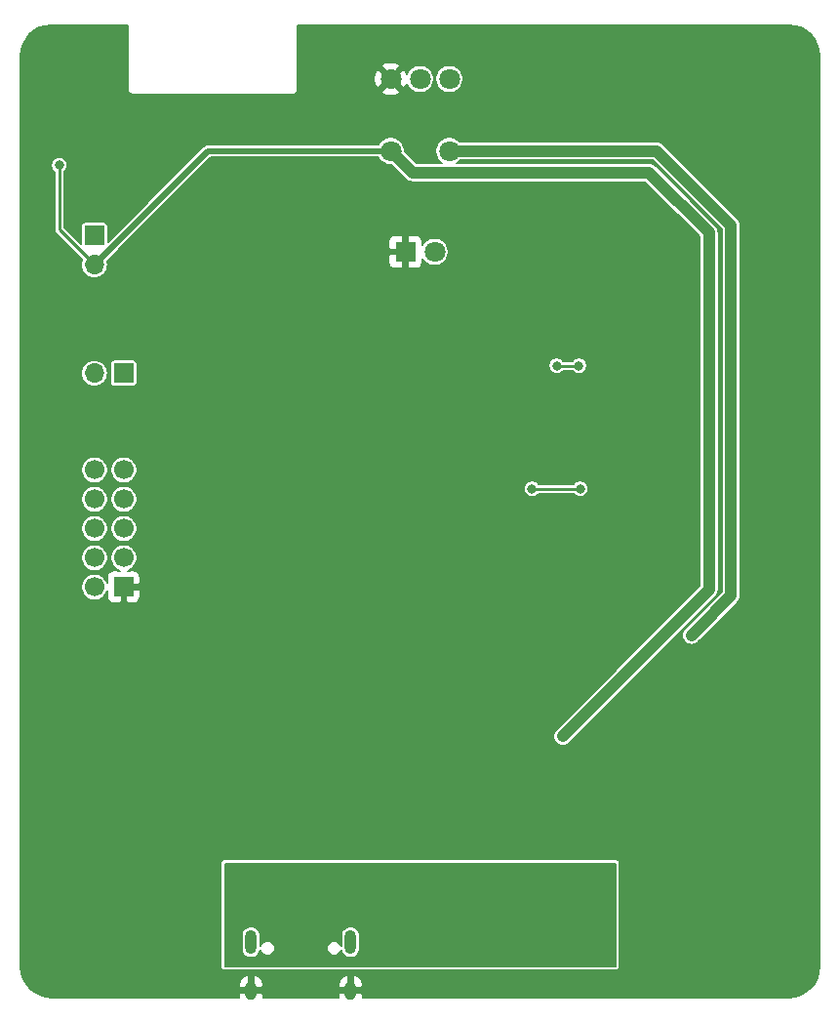
<source format=gbr>
G04 #@! TF.GenerationSoftware,KiCad,Pcbnew,(5.1.4)-1*
G04 #@! TF.CreationDate,2020-01-13T07:02:12+01:00*
G04 #@! TF.ProjectId,Skills,536b696c-6c73-42e6-9b69-6361645f7063,rev?*
G04 #@! TF.SameCoordinates,Original*
G04 #@! TF.FileFunction,Copper,L2,Bot*
G04 #@! TF.FilePolarity,Positive*
%FSLAX46Y46*%
G04 Gerber Fmt 4.6, Leading zero omitted, Abs format (unit mm)*
G04 Created by KiCad (PCBNEW (5.1.4)-1) date 2020-01-13 07:02:12*
%MOMM*%
%LPD*%
G04 APERTURE LIST*
%ADD10C,1.700000*%
%ADD11R,1.700000X1.700000*%
%ADD12C,0.100000*%
%ADD13C,5.150000*%
%ADD14C,0.500000*%
%ADD15O,1.000000X2.100000*%
%ADD16O,1.000000X1.600000*%
%ADD17O,1.700000X1.700000*%
%ADD18C,1.800000*%
%ADD19R,1.800000X1.800000*%
%ADD20C,2.410000*%
%ADD21C,0.800000*%
%ADD22C,0.254000*%
%ADD23C,0.508000*%
%ADD24C,1.016000*%
%ADD25C,0.127000*%
G04 APERTURE END LIST*
D10*
X54737000Y-88900000D03*
X57277000Y-88900000D03*
X54737000Y-91440000D03*
X57277000Y-91440000D03*
X54737000Y-93980000D03*
X57277000Y-93980000D03*
X54737000Y-96520000D03*
X57277000Y-96520000D03*
X54737000Y-99060000D03*
D11*
X57277000Y-99060000D03*
D12*
G36*
X100012503Y-82516204D02*
G01*
X100036772Y-82519804D01*
X100060570Y-82525765D01*
X100083670Y-82534030D01*
X100105849Y-82544520D01*
X100126892Y-82557133D01*
X100146598Y-82571748D01*
X100164776Y-82588224D01*
X100181252Y-82606402D01*
X100195867Y-82626108D01*
X100208480Y-82647151D01*
X100218970Y-82669330D01*
X100227235Y-82692430D01*
X100233196Y-82716228D01*
X100236796Y-82740497D01*
X100238000Y-82765001D01*
X100238000Y-87414999D01*
X100236796Y-87439503D01*
X100233196Y-87463772D01*
X100227235Y-87487570D01*
X100218970Y-87510670D01*
X100208480Y-87532849D01*
X100195867Y-87553892D01*
X100181252Y-87573598D01*
X100164776Y-87591776D01*
X100146598Y-87608252D01*
X100126892Y-87622867D01*
X100105849Y-87635480D01*
X100083670Y-87645970D01*
X100060570Y-87654235D01*
X100036772Y-87660196D01*
X100012503Y-87663796D01*
X99987999Y-87665000D01*
X95338001Y-87665000D01*
X95313497Y-87663796D01*
X95289228Y-87660196D01*
X95265430Y-87654235D01*
X95242330Y-87645970D01*
X95220151Y-87635480D01*
X95199108Y-87622867D01*
X95179402Y-87608252D01*
X95161224Y-87591776D01*
X95144748Y-87573598D01*
X95130133Y-87553892D01*
X95117520Y-87532849D01*
X95107030Y-87510670D01*
X95098765Y-87487570D01*
X95092804Y-87463772D01*
X95089204Y-87439503D01*
X95088000Y-87414999D01*
X95088000Y-82765001D01*
X95089204Y-82740497D01*
X95092804Y-82716228D01*
X95098765Y-82692430D01*
X95107030Y-82669330D01*
X95117520Y-82647151D01*
X95130133Y-82626108D01*
X95144748Y-82606402D01*
X95161224Y-82588224D01*
X95179402Y-82571748D01*
X95199108Y-82557133D01*
X95220151Y-82544520D01*
X95242330Y-82534030D01*
X95265430Y-82525765D01*
X95289228Y-82519804D01*
X95313497Y-82516204D01*
X95338001Y-82515000D01*
X99987999Y-82515000D01*
X100012503Y-82516204D01*
X100012503Y-82516204D01*
G37*
D13*
X97663000Y-85090000D03*
D14*
X95338000Y-87415000D03*
X95338000Y-86252500D03*
X95338000Y-85090000D03*
X95338000Y-83927500D03*
X95338000Y-82765000D03*
X96500500Y-87415000D03*
X96500500Y-86252500D03*
X96500500Y-85090000D03*
X96500500Y-83927500D03*
X96500500Y-82765000D03*
X97663000Y-87415000D03*
X97663000Y-86252500D03*
X97663000Y-85090000D03*
X97663000Y-83927500D03*
X97663000Y-82765000D03*
X98825500Y-87415000D03*
X98825500Y-86252500D03*
X98825500Y-85090000D03*
X98825500Y-83927500D03*
X98825500Y-82765000D03*
X99988000Y-87415000D03*
X99988000Y-86252500D03*
X99988000Y-85090000D03*
X99988000Y-83927500D03*
X99988000Y-82765000D03*
D15*
X76970000Y-129870000D03*
X68330000Y-129870000D03*
D16*
X68330000Y-134050000D03*
X76970000Y-134050000D03*
D17*
X54737000Y-71120000D03*
D11*
X54737000Y-68580000D03*
D17*
X54737000Y-80518000D03*
D11*
X57277000Y-80518000D03*
D18*
X84270000Y-70000000D03*
D19*
X81730000Y-70000000D03*
D18*
X85540000Y-61250000D03*
X80460000Y-61250000D03*
X85540000Y-55000000D03*
X83000000Y-55000000D03*
X80460000Y-55000000D03*
D12*
G36*
X87085506Y-125832204D02*
G01*
X87109774Y-125835804D01*
X87133573Y-125841765D01*
X87156672Y-125850030D01*
X87178850Y-125860519D01*
X87199893Y-125873132D01*
X87219599Y-125887747D01*
X87237777Y-125904223D01*
X87254253Y-125922401D01*
X87268868Y-125942107D01*
X87281481Y-125963150D01*
X87291970Y-125985328D01*
X87300235Y-126008427D01*
X87306196Y-126032226D01*
X87309796Y-126056494D01*
X87311000Y-126080998D01*
X87311000Y-128681002D01*
X87309796Y-128705506D01*
X87306196Y-128729774D01*
X87300235Y-128753573D01*
X87291970Y-128776672D01*
X87281481Y-128798850D01*
X87268868Y-128819893D01*
X87254253Y-128839599D01*
X87237777Y-128857777D01*
X87219599Y-128874253D01*
X87199893Y-128888868D01*
X87178850Y-128901481D01*
X87156672Y-128911970D01*
X87133573Y-128920235D01*
X87109774Y-128926196D01*
X87085506Y-128929796D01*
X87061002Y-128931000D01*
X85150998Y-128931000D01*
X85126494Y-128929796D01*
X85102226Y-128926196D01*
X85078427Y-128920235D01*
X85055328Y-128911970D01*
X85033150Y-128901481D01*
X85012107Y-128888868D01*
X84992401Y-128874253D01*
X84974223Y-128857777D01*
X84957747Y-128839599D01*
X84943132Y-128819893D01*
X84930519Y-128798850D01*
X84920030Y-128776672D01*
X84911765Y-128753573D01*
X84905804Y-128729774D01*
X84902204Y-128705506D01*
X84901000Y-128681002D01*
X84901000Y-126080998D01*
X84902204Y-126056494D01*
X84905804Y-126032226D01*
X84911765Y-126008427D01*
X84920030Y-125985328D01*
X84930519Y-125963150D01*
X84943132Y-125942107D01*
X84957747Y-125922401D01*
X84974223Y-125904223D01*
X84992401Y-125887747D01*
X85012107Y-125873132D01*
X85033150Y-125860519D01*
X85055328Y-125850030D01*
X85078427Y-125841765D01*
X85102226Y-125835804D01*
X85126494Y-125832204D01*
X85150998Y-125831000D01*
X87061002Y-125831000D01*
X87085506Y-125832204D01*
X87085506Y-125832204D01*
G37*
D20*
X86106000Y-127381000D03*
D14*
X87061000Y-128681000D03*
X85151000Y-128681000D03*
X87061000Y-127381000D03*
X85151000Y-127381000D03*
X87061000Y-126081000D03*
X85151000Y-126081000D03*
X82042000Y-109076000D03*
X82042000Y-110126000D03*
X82817000Y-110126000D03*
X81267000Y-110126000D03*
X82817000Y-109076000D03*
X81267000Y-109076000D03*
X82042000Y-110876000D03*
X82042000Y-108326000D03*
D21*
X75198000Y-99763500D03*
X76198000Y-99763500D03*
X77198000Y-99763500D03*
X75198000Y-98763500D03*
X76198000Y-98763500D03*
X77198000Y-98763500D03*
X76198000Y-94763500D03*
X77198000Y-94763500D03*
X75198000Y-94763500D03*
X76198000Y-95763500D03*
X75198000Y-95763500D03*
X77198000Y-95763500D03*
X81198000Y-105779500D03*
X80198000Y-105779500D03*
X92261000Y-73848000D03*
X91261000Y-74848000D03*
X93261000Y-74848000D03*
X92261000Y-74848000D03*
X93261000Y-73848000D03*
X91261000Y-73848000D03*
X91134000Y-95549000D03*
X93134000Y-95549000D03*
X92134000Y-95549000D03*
X103564000Y-71562000D03*
X102564000Y-72562000D03*
X104564000Y-72562000D03*
X103564000Y-72562000D03*
X104564000Y-71562000D03*
X102564000Y-71562000D03*
X103564000Y-97597000D03*
X102564000Y-98597000D03*
X104564000Y-98597000D03*
X103564000Y-98597000D03*
X104564000Y-97597000D03*
X102564000Y-97597000D03*
X102564000Y-77134000D03*
X103564000Y-77134000D03*
X104564000Y-76134000D03*
X104564000Y-77134000D03*
X103564000Y-76134000D03*
X102564000Y-76134000D03*
X49000000Y-69000000D03*
X51000000Y-134000000D03*
X50000000Y-133700000D03*
X49000000Y-131000000D03*
X49300000Y-133000000D03*
X49000000Y-132000000D03*
X50000000Y-51300000D03*
X49000000Y-53000000D03*
X52000000Y-51000000D03*
X51000000Y-51000000D03*
X53000000Y-51000000D03*
X49000000Y-54000000D03*
X49300000Y-52000000D03*
X116000000Y-133700000D03*
X117000000Y-132000000D03*
X114000000Y-134000000D03*
X115000000Y-134000000D03*
X113000000Y-134000000D03*
X116700000Y-133000000D03*
X117000000Y-72000000D03*
X117000000Y-74000000D03*
X117000000Y-68000000D03*
X117000000Y-81000000D03*
X117000000Y-78000000D03*
X117000000Y-75000000D03*
X117000000Y-83000000D03*
X117000000Y-80000000D03*
X117000000Y-82000000D03*
X117000000Y-70000000D03*
X117000000Y-76000000D03*
X117000000Y-79000000D03*
X117000000Y-73000000D03*
X117000000Y-69000000D03*
X117000000Y-77000000D03*
X117000000Y-71000000D03*
X117000000Y-88000000D03*
X117000000Y-90000000D03*
X117000000Y-84000000D03*
X117000000Y-97000000D03*
X117000000Y-94000000D03*
X117000000Y-91000000D03*
X117000000Y-99000000D03*
X117000000Y-96000000D03*
X117000000Y-98000000D03*
X117000000Y-86000000D03*
X117000000Y-92000000D03*
X117000000Y-95000000D03*
X117000000Y-89000000D03*
X117000000Y-85000000D03*
X117000000Y-93000000D03*
X117000000Y-87000000D03*
X117000000Y-104000000D03*
X117000000Y-106000000D03*
X117000000Y-100000000D03*
X117000000Y-113000000D03*
X117000000Y-110000000D03*
X117000000Y-107000000D03*
X117000000Y-115000000D03*
X117000000Y-112000000D03*
X117000000Y-114000000D03*
X117000000Y-102000000D03*
X117000000Y-108000000D03*
X117000000Y-111000000D03*
X117000000Y-105000000D03*
X117000000Y-101000000D03*
X117000000Y-109000000D03*
X117000000Y-103000000D03*
X117000000Y-120000000D03*
X117000000Y-122000000D03*
X117000000Y-116000000D03*
X117000000Y-129000000D03*
X117000000Y-126000000D03*
X117000000Y-123000000D03*
X117000000Y-131000000D03*
X117000000Y-128000000D03*
X117000000Y-130000000D03*
X117000000Y-118000000D03*
X117000000Y-124000000D03*
X117000000Y-127000000D03*
X117000000Y-121000000D03*
X117000000Y-117000000D03*
X117000000Y-125000000D03*
X117000000Y-119000000D03*
X111000000Y-51000000D03*
X112000000Y-51000000D03*
X113000000Y-51000000D03*
X114000000Y-51000000D03*
X115000000Y-51000000D03*
X117000000Y-53000000D03*
X116700000Y-52000000D03*
X116000000Y-51300000D03*
X117000000Y-54000000D03*
X117000000Y-55000000D03*
X117000000Y-56000000D03*
X117000000Y-57000000D03*
X117000000Y-58000000D03*
X117000000Y-59000000D03*
X117000000Y-60000000D03*
X117000000Y-61000000D03*
X117000000Y-62000000D03*
X117000000Y-63000000D03*
X117000000Y-64000000D03*
X117000000Y-65000000D03*
X117000000Y-67000000D03*
X117000000Y-66000000D03*
X54000000Y-51000000D03*
X55000000Y-51000000D03*
X73000000Y-51000000D03*
X74000000Y-51000000D03*
X75000000Y-51000000D03*
X76000000Y-51000000D03*
X77000000Y-51000000D03*
X78000000Y-51000000D03*
X79000000Y-51000000D03*
X81000000Y-51000000D03*
X82000000Y-51000000D03*
X80000000Y-51000000D03*
X83000000Y-51000000D03*
X84000000Y-51000000D03*
X85000000Y-51000000D03*
X86000000Y-51000000D03*
X87000000Y-51000000D03*
X88000000Y-51000000D03*
X89000000Y-51000000D03*
X90000000Y-51000000D03*
X91000000Y-51000000D03*
X92000000Y-51000000D03*
X93000000Y-51000000D03*
X94000000Y-51000000D03*
X95000000Y-51000000D03*
X96000000Y-51000000D03*
X97000000Y-51000000D03*
X98000000Y-51000000D03*
X99000000Y-51000000D03*
X100000000Y-51000000D03*
X101000000Y-51000000D03*
X102000000Y-51000000D03*
X103000000Y-51000000D03*
X104000000Y-51000000D03*
X105000000Y-51000000D03*
X106000000Y-51000000D03*
X107000000Y-51000000D03*
X108000000Y-51000000D03*
X109000000Y-51000000D03*
X110000000Y-51000000D03*
X49000000Y-121000000D03*
X49000000Y-120000000D03*
X49000000Y-119000000D03*
X49000000Y-118000000D03*
X49000000Y-117000000D03*
X49000000Y-116000000D03*
X49000000Y-115000000D03*
X49000000Y-114000000D03*
X49000000Y-113000000D03*
X49000000Y-112000000D03*
X49000000Y-111000000D03*
X49000000Y-110000000D03*
X49000000Y-109000000D03*
X49000000Y-108000000D03*
X49000000Y-107000000D03*
X49000000Y-106000000D03*
X49000000Y-105000000D03*
X49000000Y-104000000D03*
X49000000Y-103000000D03*
X49000000Y-102000000D03*
X49000000Y-101000000D03*
X49000000Y-100000000D03*
X49000000Y-99000000D03*
X49000000Y-98000000D03*
X49000000Y-97000000D03*
X49000000Y-96000000D03*
X49000000Y-95000000D03*
X49000000Y-94000000D03*
X49000000Y-93000000D03*
X49000000Y-92000000D03*
X49000000Y-91000000D03*
X49000000Y-90000000D03*
X49000000Y-90000000D03*
X49000000Y-89000000D03*
X49000000Y-88000000D03*
X49000000Y-87000000D03*
X49000000Y-86000000D03*
X49000000Y-85000000D03*
X49000000Y-84000000D03*
X49000000Y-83000000D03*
X49000000Y-82000000D03*
X49000000Y-81000000D03*
X49000000Y-80000000D03*
X49000000Y-80000000D03*
X49000000Y-79000000D03*
X49000000Y-78000000D03*
X49000000Y-77000000D03*
X49000000Y-76000000D03*
X49000000Y-75000000D03*
X49000000Y-74000000D03*
X49000000Y-73000000D03*
X49000000Y-72000000D03*
X49000000Y-71000000D03*
X49000000Y-70000000D03*
X49000000Y-70000000D03*
X49000000Y-68000000D03*
X49000000Y-67000000D03*
X49000000Y-66000000D03*
X49000000Y-65000000D03*
X49000000Y-64000000D03*
X49000000Y-63000000D03*
X49000000Y-62000000D03*
X49000000Y-61000000D03*
X49000000Y-60000000D03*
X49000000Y-59000000D03*
X49000000Y-58000000D03*
X49000000Y-57000000D03*
X49000000Y-56000000D03*
X49000000Y-56000000D03*
X49000000Y-55000000D03*
X111000000Y-134000000D03*
X112000000Y-134000000D03*
X110000000Y-134000000D03*
X109000000Y-134000000D03*
X108000000Y-134000000D03*
X107000000Y-134000000D03*
X106000000Y-134000000D03*
X105000000Y-134000000D03*
X104000000Y-134000000D03*
X103000000Y-134000000D03*
X102000000Y-134000000D03*
X101000000Y-134000000D03*
X100000000Y-134000000D03*
X99000000Y-134000000D03*
X56000000Y-51000000D03*
X57000000Y-51000000D03*
X49000000Y-122000000D03*
X49000000Y-123000000D03*
X49000000Y-124000000D03*
X49000000Y-125000000D03*
X49000000Y-126000000D03*
X49000000Y-127000000D03*
X49000000Y-128000000D03*
X49000000Y-129000000D03*
X49000000Y-130000000D03*
X52000000Y-134000000D03*
X53000000Y-134000000D03*
X54000000Y-134000000D03*
X55000000Y-134000000D03*
X56000000Y-134000000D03*
X57000000Y-134000000D03*
X58000000Y-134000000D03*
X59000000Y-134000000D03*
X60000000Y-134000000D03*
X61000000Y-134000000D03*
X62000000Y-134000000D03*
X63000000Y-134000000D03*
X64000000Y-134000000D03*
X65000000Y-134000000D03*
X66000000Y-134000000D03*
X79000000Y-134000000D03*
X80000000Y-134000000D03*
X81000000Y-134000000D03*
X82000000Y-134000000D03*
X83000000Y-134000000D03*
X84000000Y-134000000D03*
X85000000Y-134000000D03*
X86000000Y-134000000D03*
X87000000Y-134000000D03*
X88000000Y-134000000D03*
X89000000Y-134000000D03*
X90000000Y-134000000D03*
X91000000Y-134000000D03*
X92000000Y-134000000D03*
X93000000Y-134000000D03*
X94000000Y-134000000D03*
X95000000Y-134000000D03*
X96000000Y-134000000D03*
X97000000Y-134000000D03*
X98000000Y-134000000D03*
X81198000Y-114889000D03*
X81198000Y-115889000D03*
X81198000Y-116889000D03*
X81198000Y-104763500D03*
X80198000Y-104763500D03*
X81198000Y-103763500D03*
X80198000Y-103763500D03*
X80198000Y-102763500D03*
X81198000Y-102763500D03*
X79198000Y-102763500D03*
X78198000Y-102763500D03*
X77198000Y-102763500D03*
X76198000Y-102763500D03*
X75198000Y-102763500D03*
X87398000Y-116889000D03*
X88398000Y-116889000D03*
X89398000Y-116889000D03*
X90398000Y-116889000D03*
X87398000Y-115889000D03*
X88398000Y-115889000D03*
X89398000Y-115889000D03*
X90398000Y-115889000D03*
X104564000Y-93898000D03*
X104564000Y-92898000D03*
X103564000Y-93898000D03*
X102564000Y-92898000D03*
X103564000Y-92898000D03*
X102564000Y-93898000D03*
X91134000Y-94549000D03*
X93134000Y-94549000D03*
X92134000Y-94549000D03*
X51689000Y-62484000D03*
X95377000Y-112014000D03*
X106553000Y-103251000D03*
X96901000Y-90551000D03*
X92710004Y-90551000D03*
X94869000Y-79883000D03*
X96774000Y-79883000D03*
D22*
X54737000Y-71120000D02*
X51689000Y-68072000D01*
X51689000Y-68072000D02*
X51689000Y-62484000D01*
D23*
X64607000Y-61250000D02*
X54737000Y-71120000D01*
X80460000Y-61250000D02*
X64607000Y-61250000D01*
D24*
X80460000Y-61250000D02*
X82329000Y-63119000D01*
X108077000Y-68326000D02*
X108077000Y-99314000D01*
X82329000Y-63119000D02*
X102870000Y-63119000D01*
X102870000Y-63119000D02*
X108077000Y-68326000D01*
X108077000Y-99314000D02*
X95377000Y-112014000D01*
X103541000Y-61250000D02*
X109982000Y-67691000D01*
X109982000Y-99822000D02*
X106952999Y-102851001D01*
X85540000Y-61250000D02*
X103541000Y-61250000D01*
X109982000Y-67691000D02*
X109982000Y-99822000D01*
X106952999Y-102851001D02*
X106553000Y-103251000D01*
D22*
X96901000Y-90551000D02*
X92710004Y-90551000D01*
X94869000Y-79883000D02*
X96774000Y-79883000D01*
D25*
G36*
X99936500Y-131936500D02*
G01*
X66063500Y-131936500D01*
X66063500Y-129279845D01*
X67512500Y-129279845D01*
X67512501Y-130460156D01*
X67524330Y-130580258D01*
X67571076Y-130734357D01*
X67646986Y-130876376D01*
X67749145Y-131000856D01*
X67873625Y-131103015D01*
X68015644Y-131178925D01*
X68169743Y-131225671D01*
X68330000Y-131241455D01*
X68490258Y-131225671D01*
X68644357Y-131178925D01*
X68786376Y-131103015D01*
X68910856Y-131000856D01*
X69013015Y-130876376D01*
X69088925Y-130734357D01*
X69135671Y-130580258D01*
X69137359Y-130563119D01*
X69142191Y-130587410D01*
X69190624Y-130704338D01*
X69260937Y-130809570D01*
X69350430Y-130899063D01*
X69455662Y-130969376D01*
X69572590Y-131017809D01*
X69696719Y-131042500D01*
X69823281Y-131042500D01*
X69947410Y-131017809D01*
X70064338Y-130969376D01*
X70169570Y-130899063D01*
X70259063Y-130809570D01*
X70329376Y-130704338D01*
X70377809Y-130587410D01*
X70402500Y-130463281D01*
X70402500Y-130336719D01*
X74897500Y-130336719D01*
X74897500Y-130463281D01*
X74922191Y-130587410D01*
X74970624Y-130704338D01*
X75040937Y-130809570D01*
X75130430Y-130899063D01*
X75235662Y-130969376D01*
X75352590Y-131017809D01*
X75476719Y-131042500D01*
X75603281Y-131042500D01*
X75727410Y-131017809D01*
X75844338Y-130969376D01*
X75949570Y-130899063D01*
X76039063Y-130809570D01*
X76109376Y-130704338D01*
X76157809Y-130587410D01*
X76162642Y-130563115D01*
X76164330Y-130580258D01*
X76211076Y-130734357D01*
X76286986Y-130876376D01*
X76389145Y-131000856D01*
X76513625Y-131103015D01*
X76655644Y-131178925D01*
X76809743Y-131225671D01*
X76970000Y-131241455D01*
X77130258Y-131225671D01*
X77284357Y-131178925D01*
X77426376Y-131103015D01*
X77550856Y-131000856D01*
X77653015Y-130876376D01*
X77728925Y-130734357D01*
X77775671Y-130580258D01*
X77787500Y-130460156D01*
X77787500Y-129279844D01*
X77775671Y-129159742D01*
X77728925Y-129005643D01*
X77653015Y-128863624D01*
X77550856Y-128739144D01*
X77426375Y-128636985D01*
X77284356Y-128561075D01*
X77130257Y-128514329D01*
X76970000Y-128498545D01*
X76809742Y-128514329D01*
X76655643Y-128561075D01*
X76513624Y-128636985D01*
X76389144Y-128739144D01*
X76286985Y-128863625D01*
X76211075Y-129005644D01*
X76164329Y-129159743D01*
X76152500Y-129279845D01*
X76152501Y-130199775D01*
X76109376Y-130095662D01*
X76039063Y-129990430D01*
X75949570Y-129900937D01*
X75844338Y-129830624D01*
X75727410Y-129782191D01*
X75603281Y-129757500D01*
X75476719Y-129757500D01*
X75352590Y-129782191D01*
X75235662Y-129830624D01*
X75130430Y-129900937D01*
X75040937Y-129990430D01*
X74970624Y-130095662D01*
X74922191Y-130212590D01*
X74897500Y-130336719D01*
X70402500Y-130336719D01*
X70377809Y-130212590D01*
X70329376Y-130095662D01*
X70259063Y-129990430D01*
X70169570Y-129900937D01*
X70064338Y-129830624D01*
X69947410Y-129782191D01*
X69823281Y-129757500D01*
X69696719Y-129757500D01*
X69572590Y-129782191D01*
X69455662Y-129830624D01*
X69350430Y-129900937D01*
X69260937Y-129990430D01*
X69190624Y-130095662D01*
X69147500Y-130199773D01*
X69147500Y-129279844D01*
X69135671Y-129159742D01*
X69088925Y-129005643D01*
X69013015Y-128863624D01*
X68910856Y-128739144D01*
X68786375Y-128636985D01*
X68644356Y-128561075D01*
X68490257Y-128514329D01*
X68330000Y-128498545D01*
X68169742Y-128514329D01*
X68015643Y-128561075D01*
X67873624Y-128636985D01*
X67749144Y-128739144D01*
X67646985Y-128863625D01*
X67571075Y-129005644D01*
X67524329Y-129159743D01*
X67512500Y-129279845D01*
X66063500Y-129279845D01*
X66063500Y-123063500D01*
X99936500Y-123063500D01*
X99936500Y-131936500D01*
X99936500Y-131936500D01*
G37*
X99936500Y-131936500D02*
X66063500Y-131936500D01*
X66063500Y-129279845D01*
X67512500Y-129279845D01*
X67512501Y-130460156D01*
X67524330Y-130580258D01*
X67571076Y-130734357D01*
X67646986Y-130876376D01*
X67749145Y-131000856D01*
X67873625Y-131103015D01*
X68015644Y-131178925D01*
X68169743Y-131225671D01*
X68330000Y-131241455D01*
X68490258Y-131225671D01*
X68644357Y-131178925D01*
X68786376Y-131103015D01*
X68910856Y-131000856D01*
X69013015Y-130876376D01*
X69088925Y-130734357D01*
X69135671Y-130580258D01*
X69137359Y-130563119D01*
X69142191Y-130587410D01*
X69190624Y-130704338D01*
X69260937Y-130809570D01*
X69350430Y-130899063D01*
X69455662Y-130969376D01*
X69572590Y-131017809D01*
X69696719Y-131042500D01*
X69823281Y-131042500D01*
X69947410Y-131017809D01*
X70064338Y-130969376D01*
X70169570Y-130899063D01*
X70259063Y-130809570D01*
X70329376Y-130704338D01*
X70377809Y-130587410D01*
X70402500Y-130463281D01*
X70402500Y-130336719D01*
X74897500Y-130336719D01*
X74897500Y-130463281D01*
X74922191Y-130587410D01*
X74970624Y-130704338D01*
X75040937Y-130809570D01*
X75130430Y-130899063D01*
X75235662Y-130969376D01*
X75352590Y-131017809D01*
X75476719Y-131042500D01*
X75603281Y-131042500D01*
X75727410Y-131017809D01*
X75844338Y-130969376D01*
X75949570Y-130899063D01*
X76039063Y-130809570D01*
X76109376Y-130704338D01*
X76157809Y-130587410D01*
X76162642Y-130563115D01*
X76164330Y-130580258D01*
X76211076Y-130734357D01*
X76286986Y-130876376D01*
X76389145Y-131000856D01*
X76513625Y-131103015D01*
X76655644Y-131178925D01*
X76809743Y-131225671D01*
X76970000Y-131241455D01*
X77130258Y-131225671D01*
X77284357Y-131178925D01*
X77426376Y-131103015D01*
X77550856Y-131000856D01*
X77653015Y-130876376D01*
X77728925Y-130734357D01*
X77775671Y-130580258D01*
X77787500Y-130460156D01*
X77787500Y-129279844D01*
X77775671Y-129159742D01*
X77728925Y-129005643D01*
X77653015Y-128863624D01*
X77550856Y-128739144D01*
X77426375Y-128636985D01*
X77284356Y-128561075D01*
X77130257Y-128514329D01*
X76970000Y-128498545D01*
X76809742Y-128514329D01*
X76655643Y-128561075D01*
X76513624Y-128636985D01*
X76389144Y-128739144D01*
X76286985Y-128863625D01*
X76211075Y-129005644D01*
X76164329Y-129159743D01*
X76152500Y-129279845D01*
X76152501Y-130199775D01*
X76109376Y-130095662D01*
X76039063Y-129990430D01*
X75949570Y-129900937D01*
X75844338Y-129830624D01*
X75727410Y-129782191D01*
X75603281Y-129757500D01*
X75476719Y-129757500D01*
X75352590Y-129782191D01*
X75235662Y-129830624D01*
X75130430Y-129900937D01*
X75040937Y-129990430D01*
X74970624Y-130095662D01*
X74922191Y-130212590D01*
X74897500Y-130336719D01*
X70402500Y-130336719D01*
X70377809Y-130212590D01*
X70329376Y-130095662D01*
X70259063Y-129990430D01*
X70169570Y-129900937D01*
X70064338Y-129830624D01*
X69947410Y-129782191D01*
X69823281Y-129757500D01*
X69696719Y-129757500D01*
X69572590Y-129782191D01*
X69455662Y-129830624D01*
X69350430Y-129900937D01*
X69260937Y-129990430D01*
X69190624Y-130095662D01*
X69147500Y-130199773D01*
X69147500Y-129279844D01*
X69135671Y-129159742D01*
X69088925Y-129005643D01*
X69013015Y-128863624D01*
X68910856Y-128739144D01*
X68786375Y-128636985D01*
X68644356Y-128561075D01*
X68490257Y-128514329D01*
X68330000Y-128498545D01*
X68169742Y-128514329D01*
X68015643Y-128561075D01*
X67873624Y-128636985D01*
X67749144Y-128739144D01*
X67646985Y-128863625D01*
X67571075Y-129005644D01*
X67524329Y-129159743D01*
X67512500Y-129279845D01*
X66063500Y-129279845D01*
X66063500Y-123063500D01*
X99936500Y-123063500D01*
X99936500Y-131936500D01*
G36*
X101187500Y-88709500D02*
G01*
X94075500Y-88709500D01*
X94075500Y-81597500D01*
X101187500Y-81597500D01*
X101187500Y-88709500D01*
X101187500Y-88709500D01*
G37*
X101187500Y-88709500D02*
X94075500Y-88709500D01*
X94075500Y-81597500D01*
X101187500Y-81597500D01*
X101187500Y-88709500D01*
G36*
X57657501Y-55983166D02*
G01*
X57655843Y-56000000D01*
X57662456Y-56067142D01*
X57682040Y-56131703D01*
X57713844Y-56191203D01*
X57756644Y-56243356D01*
X57808797Y-56286156D01*
X57868297Y-56317960D01*
X57932858Y-56337544D01*
X57983176Y-56342500D01*
X57983177Y-56342500D01*
X58000000Y-56344157D01*
X58016824Y-56342500D01*
X71983176Y-56342500D01*
X72000000Y-56344157D01*
X72016823Y-56342500D01*
X72016824Y-56342500D01*
X72067142Y-56337544D01*
X72131703Y-56317960D01*
X72191203Y-56286156D01*
X72243356Y-56243356D01*
X72286156Y-56191203D01*
X72317960Y-56131703D01*
X72336809Y-56069563D01*
X79659844Y-56069563D01*
X79752250Y-56298232D01*
X80019122Y-56411363D01*
X80302936Y-56470255D01*
X80592786Y-56472646D01*
X80877533Y-56418444D01*
X81146235Y-56309732D01*
X81167750Y-56298232D01*
X81260156Y-56069563D01*
X80460000Y-55269408D01*
X79659844Y-56069563D01*
X72336809Y-56069563D01*
X72337544Y-56067142D01*
X72344157Y-56000000D01*
X72342500Y-55983176D01*
X72342500Y-55132786D01*
X78987354Y-55132786D01*
X79041556Y-55417533D01*
X79150268Y-55686235D01*
X79161768Y-55707750D01*
X79390437Y-55800156D01*
X80190592Y-55000000D01*
X80729408Y-55000000D01*
X81529563Y-55800156D01*
X81758232Y-55707750D01*
X81868046Y-55448703D01*
X81921065Y-55576703D01*
X82054306Y-55776111D01*
X82223889Y-55945694D01*
X82423297Y-56078935D01*
X82644868Y-56170712D01*
X82880087Y-56217500D01*
X83119913Y-56217500D01*
X83355132Y-56170712D01*
X83576703Y-56078935D01*
X83776111Y-55945694D01*
X83945694Y-55776111D01*
X84078935Y-55576703D01*
X84170712Y-55355132D01*
X84217500Y-55119913D01*
X84217500Y-54880087D01*
X84322500Y-54880087D01*
X84322500Y-55119913D01*
X84369288Y-55355132D01*
X84461065Y-55576703D01*
X84594306Y-55776111D01*
X84763889Y-55945694D01*
X84963297Y-56078935D01*
X85184868Y-56170712D01*
X85420087Y-56217500D01*
X85659913Y-56217500D01*
X85895132Y-56170712D01*
X86116703Y-56078935D01*
X86316111Y-55945694D01*
X86485694Y-55776111D01*
X86618935Y-55576703D01*
X86710712Y-55355132D01*
X86757500Y-55119913D01*
X86757500Y-54880087D01*
X86710712Y-54644868D01*
X86618935Y-54423297D01*
X86485694Y-54223889D01*
X86316111Y-54054306D01*
X86116703Y-53921065D01*
X85895132Y-53829288D01*
X85659913Y-53782500D01*
X85420087Y-53782500D01*
X85184868Y-53829288D01*
X84963297Y-53921065D01*
X84763889Y-54054306D01*
X84594306Y-54223889D01*
X84461065Y-54423297D01*
X84369288Y-54644868D01*
X84322500Y-54880087D01*
X84217500Y-54880087D01*
X84170712Y-54644868D01*
X84078935Y-54423297D01*
X83945694Y-54223889D01*
X83776111Y-54054306D01*
X83576703Y-53921065D01*
X83355132Y-53829288D01*
X83119913Y-53782500D01*
X82880087Y-53782500D01*
X82644868Y-53829288D01*
X82423297Y-53921065D01*
X82223889Y-54054306D01*
X82054306Y-54223889D01*
X81921065Y-54423297D01*
X81866927Y-54554000D01*
X81769732Y-54313765D01*
X81758232Y-54292250D01*
X81529563Y-54199844D01*
X80729408Y-55000000D01*
X80190592Y-55000000D01*
X79390437Y-54199844D01*
X79161768Y-54292250D01*
X79048637Y-54559122D01*
X78989745Y-54842936D01*
X78987354Y-55132786D01*
X72342500Y-55132786D01*
X72342500Y-53930437D01*
X79659844Y-53930437D01*
X80460000Y-54730592D01*
X81260156Y-53930437D01*
X81167750Y-53701768D01*
X80900878Y-53588637D01*
X80617064Y-53529745D01*
X80327214Y-53527354D01*
X80042467Y-53581556D01*
X79773765Y-53690268D01*
X79752250Y-53701768D01*
X79659844Y-53930437D01*
X72342500Y-53930437D01*
X72342500Y-50342500D01*
X114983253Y-50342500D01*
X115515857Y-50394723D01*
X116012067Y-50544537D01*
X116469731Y-50787880D01*
X116871408Y-51115482D01*
X117201806Y-51514864D01*
X117448337Y-51970814D01*
X117601612Y-52465967D01*
X117657489Y-52997602D01*
X117657501Y-53000907D01*
X117657500Y-131983253D01*
X117605277Y-132515857D01*
X117455463Y-133012067D01*
X117212118Y-133469733D01*
X116884521Y-133871406D01*
X116485136Y-134201806D01*
X116029186Y-134448337D01*
X115534035Y-134601612D01*
X115002398Y-134657489D01*
X114999380Y-134657500D01*
X78009083Y-134657500D01*
X78022257Y-134621485D01*
X78055002Y-134410983D01*
X77908309Y-134240500D01*
X77160500Y-134240500D01*
X77160500Y-134260500D01*
X76779500Y-134260500D01*
X76779500Y-134240500D01*
X76031691Y-134240500D01*
X75884998Y-134410983D01*
X75917743Y-134621485D01*
X75930917Y-134657500D01*
X69369083Y-134657500D01*
X69382257Y-134621485D01*
X69415002Y-134410983D01*
X69268309Y-134240500D01*
X68520500Y-134240500D01*
X68520500Y-134260500D01*
X68139500Y-134260500D01*
X68139500Y-134240500D01*
X67391691Y-134240500D01*
X67244998Y-134410983D01*
X67277743Y-134621485D01*
X67290917Y-134657500D01*
X51016747Y-134657500D01*
X50484143Y-134605277D01*
X49987933Y-134455463D01*
X49530267Y-134212118D01*
X49128594Y-133884521D01*
X48966860Y-133689017D01*
X67244998Y-133689017D01*
X67391691Y-133859500D01*
X68139500Y-133859500D01*
X68139500Y-132841125D01*
X68520500Y-132841125D01*
X68520500Y-133859500D01*
X69268309Y-133859500D01*
X69415002Y-133689017D01*
X75884998Y-133689017D01*
X76031691Y-133859500D01*
X76779500Y-133859500D01*
X76779500Y-132841125D01*
X77160500Y-132841125D01*
X77160500Y-133859500D01*
X77908309Y-133859500D01*
X78055002Y-133689017D01*
X78022257Y-133478515D01*
X77949074Y-133278446D01*
X77838266Y-133096499D01*
X77694091Y-132939666D01*
X77522089Y-132813973D01*
X77323104Y-132738353D01*
X77160500Y-132841125D01*
X76779500Y-132841125D01*
X76616896Y-132738353D01*
X76417911Y-132813973D01*
X76245909Y-132939666D01*
X76101734Y-133096499D01*
X75990926Y-133278446D01*
X75917743Y-133478515D01*
X75884998Y-133689017D01*
X69415002Y-133689017D01*
X69382257Y-133478515D01*
X69309074Y-133278446D01*
X69198266Y-133096499D01*
X69054091Y-132939666D01*
X68882089Y-132813973D01*
X68683104Y-132738353D01*
X68520500Y-132841125D01*
X68139500Y-132841125D01*
X67976896Y-132738353D01*
X67777911Y-132813973D01*
X67605909Y-132939666D01*
X67461734Y-133096499D01*
X67350926Y-133278446D01*
X67277743Y-133478515D01*
X67244998Y-133689017D01*
X48966860Y-133689017D01*
X48798194Y-133485136D01*
X48551663Y-133029186D01*
X48398388Y-132534035D01*
X48342511Y-132002398D01*
X48342500Y-131999380D01*
X48342500Y-123000000D01*
X65682500Y-123000000D01*
X65682500Y-132000000D01*
X65688601Y-132061941D01*
X65706668Y-132121502D01*
X65736008Y-132176394D01*
X65775494Y-132224506D01*
X65823606Y-132263992D01*
X65878498Y-132293332D01*
X65938059Y-132311399D01*
X66000000Y-132317500D01*
X100000000Y-132317500D01*
X100061941Y-132311399D01*
X100121502Y-132293332D01*
X100176394Y-132263992D01*
X100224506Y-132224506D01*
X100263992Y-132176394D01*
X100293332Y-132121502D01*
X100311399Y-132061941D01*
X100317500Y-132000000D01*
X100317500Y-123000000D01*
X100311399Y-122938059D01*
X100293332Y-122878498D01*
X100263992Y-122823606D01*
X100224506Y-122775494D01*
X100176394Y-122736008D01*
X100121502Y-122706668D01*
X100061941Y-122688601D01*
X100000000Y-122682500D01*
X66000000Y-122682500D01*
X65938059Y-122688601D01*
X65878498Y-122706668D01*
X65823606Y-122736008D01*
X65775494Y-122775494D01*
X65736008Y-122823606D01*
X65706668Y-122878498D01*
X65688601Y-122938059D01*
X65682500Y-123000000D01*
X48342500Y-123000000D01*
X48342500Y-98945011D01*
X53569500Y-98945011D01*
X53569500Y-99174989D01*
X53614366Y-99400547D01*
X53702375Y-99613019D01*
X53830144Y-99804238D01*
X53992762Y-99966856D01*
X54183981Y-100094625D01*
X54396453Y-100182634D01*
X54622011Y-100227500D01*
X54851989Y-100227500D01*
X55077547Y-100182634D01*
X55290019Y-100094625D01*
X55481238Y-99966856D01*
X55643856Y-99804238D01*
X55771625Y-99613019D01*
X55855407Y-99410752D01*
X55852735Y-99910000D01*
X55863769Y-100022034D01*
X55896448Y-100129762D01*
X55949516Y-100229045D01*
X56020933Y-100316067D01*
X56107955Y-100387484D01*
X56207238Y-100440552D01*
X56314966Y-100473231D01*
X56427000Y-100484265D01*
X56943625Y-100481500D01*
X57086500Y-100338625D01*
X57086500Y-99250500D01*
X57467500Y-99250500D01*
X57467500Y-100338625D01*
X57610375Y-100481500D01*
X58127000Y-100484265D01*
X58239034Y-100473231D01*
X58346762Y-100440552D01*
X58446045Y-100387484D01*
X58533067Y-100316067D01*
X58604484Y-100229045D01*
X58657552Y-100129762D01*
X58690231Y-100022034D01*
X58701265Y-99910000D01*
X58698500Y-99393375D01*
X58555625Y-99250500D01*
X57467500Y-99250500D01*
X57086500Y-99250500D01*
X57066500Y-99250500D01*
X57066500Y-98869500D01*
X57086500Y-98869500D01*
X57086500Y-98849500D01*
X57467500Y-98849500D01*
X57467500Y-98869500D01*
X58555625Y-98869500D01*
X58698500Y-98726625D01*
X58701265Y-98210000D01*
X58690231Y-98097966D01*
X58657552Y-97990238D01*
X58604484Y-97890955D01*
X58533067Y-97803933D01*
X58446045Y-97732516D01*
X58346762Y-97679448D01*
X58239034Y-97646769D01*
X58127000Y-97635735D01*
X57627752Y-97638407D01*
X57830019Y-97554625D01*
X58021238Y-97426856D01*
X58183856Y-97264238D01*
X58311625Y-97073019D01*
X58399634Y-96860547D01*
X58444500Y-96634989D01*
X58444500Y-96405011D01*
X58399634Y-96179453D01*
X58311625Y-95966981D01*
X58183856Y-95775762D01*
X58021238Y-95613144D01*
X57830019Y-95485375D01*
X57617547Y-95397366D01*
X57391989Y-95352500D01*
X57162011Y-95352500D01*
X56936453Y-95397366D01*
X56723981Y-95485375D01*
X56532762Y-95613144D01*
X56370144Y-95775762D01*
X56242375Y-95966981D01*
X56154366Y-96179453D01*
X56109500Y-96405011D01*
X56109500Y-96634989D01*
X56154366Y-96860547D01*
X56242375Y-97073019D01*
X56370144Y-97264238D01*
X56532762Y-97426856D01*
X56723981Y-97554625D01*
X56926248Y-97638407D01*
X56427000Y-97635735D01*
X56314966Y-97646769D01*
X56207238Y-97679448D01*
X56107955Y-97732516D01*
X56020933Y-97803933D01*
X55949516Y-97890955D01*
X55896448Y-97990238D01*
X55863769Y-98097966D01*
X55852735Y-98210000D01*
X55855407Y-98709248D01*
X55771625Y-98506981D01*
X55643856Y-98315762D01*
X55481238Y-98153144D01*
X55290019Y-98025375D01*
X55077547Y-97937366D01*
X54851989Y-97892500D01*
X54622011Y-97892500D01*
X54396453Y-97937366D01*
X54183981Y-98025375D01*
X53992762Y-98153144D01*
X53830144Y-98315762D01*
X53702375Y-98506981D01*
X53614366Y-98719453D01*
X53569500Y-98945011D01*
X48342500Y-98945011D01*
X48342500Y-96405011D01*
X53569500Y-96405011D01*
X53569500Y-96634989D01*
X53614366Y-96860547D01*
X53702375Y-97073019D01*
X53830144Y-97264238D01*
X53992762Y-97426856D01*
X54183981Y-97554625D01*
X54396453Y-97642634D01*
X54622011Y-97687500D01*
X54851989Y-97687500D01*
X55077547Y-97642634D01*
X55290019Y-97554625D01*
X55481238Y-97426856D01*
X55643856Y-97264238D01*
X55771625Y-97073019D01*
X55859634Y-96860547D01*
X55904500Y-96634989D01*
X55904500Y-96405011D01*
X55859634Y-96179453D01*
X55771625Y-95966981D01*
X55643856Y-95775762D01*
X55481238Y-95613144D01*
X55290019Y-95485375D01*
X55077547Y-95397366D01*
X54851989Y-95352500D01*
X54622011Y-95352500D01*
X54396453Y-95397366D01*
X54183981Y-95485375D01*
X53992762Y-95613144D01*
X53830144Y-95775762D01*
X53702375Y-95966981D01*
X53614366Y-96179453D01*
X53569500Y-96405011D01*
X48342500Y-96405011D01*
X48342500Y-93865011D01*
X53569500Y-93865011D01*
X53569500Y-94094989D01*
X53614366Y-94320547D01*
X53702375Y-94533019D01*
X53830144Y-94724238D01*
X53992762Y-94886856D01*
X54183981Y-95014625D01*
X54396453Y-95102634D01*
X54622011Y-95147500D01*
X54851989Y-95147500D01*
X55077547Y-95102634D01*
X55290019Y-95014625D01*
X55481238Y-94886856D01*
X55643856Y-94724238D01*
X55771625Y-94533019D01*
X55859634Y-94320547D01*
X55904500Y-94094989D01*
X55904500Y-93865011D01*
X56109500Y-93865011D01*
X56109500Y-94094989D01*
X56154366Y-94320547D01*
X56242375Y-94533019D01*
X56370144Y-94724238D01*
X56532762Y-94886856D01*
X56723981Y-95014625D01*
X56936453Y-95102634D01*
X57162011Y-95147500D01*
X57391989Y-95147500D01*
X57617547Y-95102634D01*
X57830019Y-95014625D01*
X58021238Y-94886856D01*
X58183856Y-94724238D01*
X58311625Y-94533019D01*
X58399634Y-94320547D01*
X58444500Y-94094989D01*
X58444500Y-93865011D01*
X58399634Y-93639453D01*
X58311625Y-93426981D01*
X58183856Y-93235762D01*
X58021238Y-93073144D01*
X57830019Y-92945375D01*
X57617547Y-92857366D01*
X57391989Y-92812500D01*
X57162011Y-92812500D01*
X56936453Y-92857366D01*
X56723981Y-92945375D01*
X56532762Y-93073144D01*
X56370144Y-93235762D01*
X56242375Y-93426981D01*
X56154366Y-93639453D01*
X56109500Y-93865011D01*
X55904500Y-93865011D01*
X55859634Y-93639453D01*
X55771625Y-93426981D01*
X55643856Y-93235762D01*
X55481238Y-93073144D01*
X55290019Y-92945375D01*
X55077547Y-92857366D01*
X54851989Y-92812500D01*
X54622011Y-92812500D01*
X54396453Y-92857366D01*
X54183981Y-92945375D01*
X53992762Y-93073144D01*
X53830144Y-93235762D01*
X53702375Y-93426981D01*
X53614366Y-93639453D01*
X53569500Y-93865011D01*
X48342500Y-93865011D01*
X48342500Y-91325011D01*
X53569500Y-91325011D01*
X53569500Y-91554989D01*
X53614366Y-91780547D01*
X53702375Y-91993019D01*
X53830144Y-92184238D01*
X53992762Y-92346856D01*
X54183981Y-92474625D01*
X54396453Y-92562634D01*
X54622011Y-92607500D01*
X54851989Y-92607500D01*
X55077547Y-92562634D01*
X55290019Y-92474625D01*
X55481238Y-92346856D01*
X55643856Y-92184238D01*
X55771625Y-91993019D01*
X55859634Y-91780547D01*
X55904500Y-91554989D01*
X55904500Y-91325011D01*
X56109500Y-91325011D01*
X56109500Y-91554989D01*
X56154366Y-91780547D01*
X56242375Y-91993019D01*
X56370144Y-92184238D01*
X56532762Y-92346856D01*
X56723981Y-92474625D01*
X56936453Y-92562634D01*
X57162011Y-92607500D01*
X57391989Y-92607500D01*
X57617547Y-92562634D01*
X57830019Y-92474625D01*
X58021238Y-92346856D01*
X58183856Y-92184238D01*
X58311625Y-91993019D01*
X58399634Y-91780547D01*
X58444500Y-91554989D01*
X58444500Y-91325011D01*
X58399634Y-91099453D01*
X58311625Y-90886981D01*
X58183856Y-90695762D01*
X58021238Y-90533144D01*
X57942200Y-90480332D01*
X91992504Y-90480332D01*
X91992504Y-90621668D01*
X92020077Y-90760287D01*
X92074163Y-90890864D01*
X92152685Y-91008380D01*
X92252624Y-91108319D01*
X92370140Y-91186841D01*
X92500717Y-91240927D01*
X92639336Y-91268500D01*
X92780672Y-91268500D01*
X92919291Y-91240927D01*
X93049868Y-91186841D01*
X93167384Y-91108319D01*
X93267323Y-91008380D01*
X93275929Y-90995500D01*
X96335075Y-90995500D01*
X96343681Y-91008380D01*
X96443620Y-91108319D01*
X96561136Y-91186841D01*
X96691713Y-91240927D01*
X96830332Y-91268500D01*
X96971668Y-91268500D01*
X97110287Y-91240927D01*
X97240864Y-91186841D01*
X97358380Y-91108319D01*
X97458319Y-91008380D01*
X97536841Y-90890864D01*
X97590927Y-90760287D01*
X97618500Y-90621668D01*
X97618500Y-90480332D01*
X97590927Y-90341713D01*
X97536841Y-90211136D01*
X97458319Y-90093620D01*
X97358380Y-89993681D01*
X97240864Y-89915159D01*
X97110287Y-89861073D01*
X96971668Y-89833500D01*
X96830332Y-89833500D01*
X96691713Y-89861073D01*
X96561136Y-89915159D01*
X96443620Y-89993681D01*
X96343681Y-90093620D01*
X96335075Y-90106500D01*
X93275929Y-90106500D01*
X93267323Y-90093620D01*
X93167384Y-89993681D01*
X93049868Y-89915159D01*
X92919291Y-89861073D01*
X92780672Y-89833500D01*
X92639336Y-89833500D01*
X92500717Y-89861073D01*
X92370140Y-89915159D01*
X92252624Y-89993681D01*
X92152685Y-90093620D01*
X92074163Y-90211136D01*
X92020077Y-90341713D01*
X91992504Y-90480332D01*
X57942200Y-90480332D01*
X57830019Y-90405375D01*
X57617547Y-90317366D01*
X57391989Y-90272500D01*
X57162011Y-90272500D01*
X56936453Y-90317366D01*
X56723981Y-90405375D01*
X56532762Y-90533144D01*
X56370144Y-90695762D01*
X56242375Y-90886981D01*
X56154366Y-91099453D01*
X56109500Y-91325011D01*
X55904500Y-91325011D01*
X55859634Y-91099453D01*
X55771625Y-90886981D01*
X55643856Y-90695762D01*
X55481238Y-90533144D01*
X55290019Y-90405375D01*
X55077547Y-90317366D01*
X54851989Y-90272500D01*
X54622011Y-90272500D01*
X54396453Y-90317366D01*
X54183981Y-90405375D01*
X53992762Y-90533144D01*
X53830144Y-90695762D01*
X53702375Y-90886981D01*
X53614366Y-91099453D01*
X53569500Y-91325011D01*
X48342500Y-91325011D01*
X48342500Y-88785011D01*
X53569500Y-88785011D01*
X53569500Y-89014989D01*
X53614366Y-89240547D01*
X53702375Y-89453019D01*
X53830144Y-89644238D01*
X53992762Y-89806856D01*
X54183981Y-89934625D01*
X54396453Y-90022634D01*
X54622011Y-90067500D01*
X54851989Y-90067500D01*
X55077547Y-90022634D01*
X55290019Y-89934625D01*
X55481238Y-89806856D01*
X55643856Y-89644238D01*
X55771625Y-89453019D01*
X55859634Y-89240547D01*
X55904500Y-89014989D01*
X55904500Y-88785011D01*
X56109500Y-88785011D01*
X56109500Y-89014989D01*
X56154366Y-89240547D01*
X56242375Y-89453019D01*
X56370144Y-89644238D01*
X56532762Y-89806856D01*
X56723981Y-89934625D01*
X56936453Y-90022634D01*
X57162011Y-90067500D01*
X57391989Y-90067500D01*
X57617547Y-90022634D01*
X57830019Y-89934625D01*
X58021238Y-89806856D01*
X58183856Y-89644238D01*
X58311625Y-89453019D01*
X58399634Y-89240547D01*
X58444500Y-89014989D01*
X58444500Y-88785011D01*
X58399634Y-88559453D01*
X58311625Y-88346981D01*
X58183856Y-88155762D01*
X58039276Y-88011182D01*
X95005569Y-88011182D01*
X95016225Y-88175178D01*
X95170711Y-88223346D01*
X95331626Y-88240451D01*
X95492786Y-88225834D01*
X95647998Y-88180056D01*
X95659775Y-88175178D01*
X95670431Y-88011182D01*
X96168069Y-88011182D01*
X96178725Y-88175178D01*
X96333211Y-88223346D01*
X96494126Y-88240451D01*
X96655286Y-88225834D01*
X96810498Y-88180056D01*
X96822275Y-88175178D01*
X96832931Y-88011182D01*
X97330569Y-88011182D01*
X97341225Y-88175178D01*
X97495711Y-88223346D01*
X97656626Y-88240451D01*
X97817786Y-88225834D01*
X97972998Y-88180056D01*
X97984775Y-88175178D01*
X97995431Y-88011182D01*
X98493069Y-88011182D01*
X98503725Y-88175178D01*
X98658211Y-88223346D01*
X98819126Y-88240451D01*
X98980286Y-88225834D01*
X99135498Y-88180056D01*
X99147275Y-88175178D01*
X99157931Y-88011182D01*
X99655569Y-88011182D01*
X99666225Y-88175178D01*
X99820711Y-88223346D01*
X99981626Y-88240451D01*
X100142786Y-88225834D01*
X100297998Y-88180056D01*
X100309775Y-88175178D01*
X100320431Y-88011182D01*
X99988000Y-87678751D01*
X99655569Y-88011182D01*
X99157931Y-88011182D01*
X98825500Y-87678751D01*
X98493069Y-88011182D01*
X97995431Y-88011182D01*
X97663000Y-87678751D01*
X97330569Y-88011182D01*
X96832931Y-88011182D01*
X96500500Y-87678751D01*
X96168069Y-88011182D01*
X95670431Y-88011182D01*
X95338000Y-87678751D01*
X95005569Y-88011182D01*
X58039276Y-88011182D01*
X58021238Y-87993144D01*
X57830019Y-87865375D01*
X57617547Y-87777366D01*
X57391989Y-87732500D01*
X57162011Y-87732500D01*
X56936453Y-87777366D01*
X56723981Y-87865375D01*
X56532762Y-87993144D01*
X56370144Y-88155762D01*
X56242375Y-88346981D01*
X56154366Y-88559453D01*
X56109500Y-88785011D01*
X55904500Y-88785011D01*
X55859634Y-88559453D01*
X55771625Y-88346981D01*
X55643856Y-88155762D01*
X55481238Y-87993144D01*
X55290019Y-87865375D01*
X55077547Y-87777366D01*
X54851989Y-87732500D01*
X54622011Y-87732500D01*
X54396453Y-87777366D01*
X54183981Y-87865375D01*
X53992762Y-87993144D01*
X53830144Y-88155762D01*
X53702375Y-88346981D01*
X53614366Y-88559453D01*
X53569500Y-88785011D01*
X48342500Y-88785011D01*
X48342500Y-87408626D01*
X94512549Y-87408626D01*
X94527166Y-87569786D01*
X94572944Y-87724998D01*
X94577822Y-87736775D01*
X94741818Y-87747431D01*
X95074249Y-87415000D01*
X95601751Y-87415000D01*
X95682996Y-87496245D01*
X95689666Y-87569786D01*
X95735444Y-87724998D01*
X95740322Y-87736775D01*
X95904318Y-87747431D01*
X95919250Y-87732499D01*
X95934182Y-87747431D01*
X96098178Y-87736775D01*
X96146346Y-87582289D01*
X96155491Y-87496258D01*
X96236749Y-87415000D01*
X96764251Y-87415000D01*
X96845496Y-87496245D01*
X96852166Y-87569786D01*
X96897944Y-87724998D01*
X96902822Y-87736775D01*
X97066818Y-87747431D01*
X97081750Y-87732499D01*
X97096682Y-87747431D01*
X97260678Y-87736775D01*
X97308846Y-87582289D01*
X97317991Y-87496258D01*
X97399249Y-87415000D01*
X97926751Y-87415000D01*
X98007996Y-87496245D01*
X98014666Y-87569786D01*
X98060444Y-87724998D01*
X98065322Y-87736775D01*
X98229318Y-87747431D01*
X98244250Y-87732499D01*
X98259182Y-87747431D01*
X98423178Y-87736775D01*
X98471346Y-87582289D01*
X98480491Y-87496258D01*
X98561749Y-87415000D01*
X99089251Y-87415000D01*
X99170496Y-87496245D01*
X99177166Y-87569786D01*
X99222944Y-87724998D01*
X99227822Y-87736775D01*
X99391818Y-87747431D01*
X99406750Y-87732499D01*
X99421682Y-87747431D01*
X99585678Y-87736775D01*
X99633846Y-87582289D01*
X99642991Y-87496258D01*
X99724249Y-87415000D01*
X100251751Y-87415000D01*
X100584182Y-87747431D01*
X100748178Y-87736775D01*
X100796346Y-87582289D01*
X100813451Y-87421374D01*
X100798834Y-87260214D01*
X100753056Y-87105002D01*
X100748178Y-87093225D01*
X100584182Y-87082569D01*
X100251751Y-87415000D01*
X99724249Y-87415000D01*
X99643004Y-87333755D01*
X99636334Y-87260214D01*
X99590556Y-87105002D01*
X99585678Y-87093225D01*
X99421682Y-87082569D01*
X99406750Y-87097501D01*
X99391818Y-87082569D01*
X99227822Y-87093225D01*
X99179654Y-87247711D01*
X99170509Y-87333742D01*
X99089251Y-87415000D01*
X98561749Y-87415000D01*
X98480504Y-87333755D01*
X98473834Y-87260214D01*
X98428056Y-87105002D01*
X98423178Y-87093225D01*
X98259182Y-87082569D01*
X98244250Y-87097501D01*
X98229318Y-87082569D01*
X98065322Y-87093225D01*
X98017154Y-87247711D01*
X98008009Y-87333742D01*
X97926751Y-87415000D01*
X97399249Y-87415000D01*
X97318004Y-87333755D01*
X97311334Y-87260214D01*
X97265556Y-87105002D01*
X97260678Y-87093225D01*
X97096682Y-87082569D01*
X97081750Y-87097501D01*
X97066818Y-87082569D01*
X96902822Y-87093225D01*
X96854654Y-87247711D01*
X96845509Y-87333742D01*
X96764251Y-87415000D01*
X96236749Y-87415000D01*
X96155504Y-87333755D01*
X96148834Y-87260214D01*
X96103056Y-87105002D01*
X96098178Y-87093225D01*
X95934182Y-87082569D01*
X95919250Y-87097501D01*
X95904318Y-87082569D01*
X95740322Y-87093225D01*
X95692154Y-87247711D01*
X95683009Y-87333742D01*
X95601751Y-87415000D01*
X95074249Y-87415000D01*
X94741818Y-87082569D01*
X94577822Y-87093225D01*
X94529654Y-87247711D01*
X94512549Y-87408626D01*
X48342500Y-87408626D01*
X48342500Y-86818818D01*
X95005569Y-86818818D01*
X95020501Y-86833750D01*
X95005569Y-86848682D01*
X95016225Y-87012678D01*
X95170711Y-87060846D01*
X95256742Y-87069991D01*
X95338000Y-87151249D01*
X95419245Y-87070004D01*
X95492786Y-87063334D01*
X95647998Y-87017556D01*
X95659775Y-87012678D01*
X95670431Y-86848682D01*
X95655499Y-86833750D01*
X95670431Y-86818818D01*
X96168069Y-86818818D01*
X96183001Y-86833750D01*
X96168069Y-86848682D01*
X96178725Y-87012678D01*
X96333211Y-87060846D01*
X96419242Y-87069991D01*
X96500500Y-87151249D01*
X96581745Y-87070004D01*
X96655286Y-87063334D01*
X96810498Y-87017556D01*
X96822275Y-87012678D01*
X96832931Y-86848682D01*
X96817999Y-86833750D01*
X96832931Y-86818818D01*
X97330569Y-86818818D01*
X97345501Y-86833750D01*
X97330569Y-86848682D01*
X97341225Y-87012678D01*
X97495711Y-87060846D01*
X97581742Y-87069991D01*
X97663000Y-87151249D01*
X97744245Y-87070004D01*
X97817786Y-87063334D01*
X97972998Y-87017556D01*
X97984775Y-87012678D01*
X97995431Y-86848682D01*
X97980499Y-86833750D01*
X97995431Y-86818818D01*
X98493069Y-86818818D01*
X98508001Y-86833750D01*
X98493069Y-86848682D01*
X98503725Y-87012678D01*
X98658211Y-87060846D01*
X98744242Y-87069991D01*
X98825500Y-87151249D01*
X98906745Y-87070004D01*
X98980286Y-87063334D01*
X99135498Y-87017556D01*
X99147275Y-87012678D01*
X99157931Y-86848682D01*
X99142999Y-86833750D01*
X99157931Y-86818818D01*
X99655569Y-86818818D01*
X99670501Y-86833750D01*
X99655569Y-86848682D01*
X99666225Y-87012678D01*
X99820711Y-87060846D01*
X99906742Y-87069991D01*
X99988000Y-87151249D01*
X100069245Y-87070004D01*
X100142786Y-87063334D01*
X100297998Y-87017556D01*
X100309775Y-87012678D01*
X100320431Y-86848682D01*
X100305499Y-86833750D01*
X100320431Y-86818818D01*
X100309775Y-86654822D01*
X100155289Y-86606654D01*
X100069258Y-86597509D01*
X99988000Y-86516251D01*
X99906755Y-86597496D01*
X99833214Y-86604166D01*
X99678002Y-86649944D01*
X99666225Y-86654822D01*
X99655569Y-86818818D01*
X99157931Y-86818818D01*
X99147275Y-86654822D01*
X98992789Y-86606654D01*
X98906758Y-86597509D01*
X98825500Y-86516251D01*
X98744255Y-86597496D01*
X98670714Y-86604166D01*
X98515502Y-86649944D01*
X98503725Y-86654822D01*
X98493069Y-86818818D01*
X97995431Y-86818818D01*
X97984775Y-86654822D01*
X97830289Y-86606654D01*
X97744258Y-86597509D01*
X97663000Y-86516251D01*
X97581755Y-86597496D01*
X97508214Y-86604166D01*
X97353002Y-86649944D01*
X97341225Y-86654822D01*
X97330569Y-86818818D01*
X96832931Y-86818818D01*
X96822275Y-86654822D01*
X96667789Y-86606654D01*
X96581758Y-86597509D01*
X96500500Y-86516251D01*
X96419255Y-86597496D01*
X96345714Y-86604166D01*
X96190502Y-86649944D01*
X96178725Y-86654822D01*
X96168069Y-86818818D01*
X95670431Y-86818818D01*
X95659775Y-86654822D01*
X95505289Y-86606654D01*
X95419258Y-86597509D01*
X95338000Y-86516251D01*
X95256755Y-86597496D01*
X95183214Y-86604166D01*
X95028002Y-86649944D01*
X95016225Y-86654822D01*
X95005569Y-86818818D01*
X48342500Y-86818818D01*
X48342500Y-86246126D01*
X94512549Y-86246126D01*
X94527166Y-86407286D01*
X94572944Y-86562498D01*
X94577822Y-86574275D01*
X94741818Y-86584931D01*
X95074249Y-86252500D01*
X95601751Y-86252500D01*
X95682996Y-86333745D01*
X95689666Y-86407286D01*
X95735444Y-86562498D01*
X95740322Y-86574275D01*
X95904318Y-86584931D01*
X95919250Y-86569999D01*
X95934182Y-86584931D01*
X96098178Y-86574275D01*
X96146346Y-86419789D01*
X96155491Y-86333758D01*
X96236749Y-86252500D01*
X96764251Y-86252500D01*
X96845496Y-86333745D01*
X96852166Y-86407286D01*
X96897944Y-86562498D01*
X96902822Y-86574275D01*
X97066818Y-86584931D01*
X97081750Y-86569999D01*
X97096682Y-86584931D01*
X97260678Y-86574275D01*
X97308846Y-86419789D01*
X97317991Y-86333758D01*
X97399249Y-86252500D01*
X97926751Y-86252500D01*
X98007996Y-86333745D01*
X98014666Y-86407286D01*
X98060444Y-86562498D01*
X98065322Y-86574275D01*
X98229318Y-86584931D01*
X98244250Y-86569999D01*
X98259182Y-86584931D01*
X98423178Y-86574275D01*
X98471346Y-86419789D01*
X98480491Y-86333758D01*
X98561749Y-86252500D01*
X99089251Y-86252500D01*
X99170496Y-86333745D01*
X99177166Y-86407286D01*
X99222944Y-86562498D01*
X99227822Y-86574275D01*
X99391818Y-86584931D01*
X99406750Y-86569999D01*
X99421682Y-86584931D01*
X99585678Y-86574275D01*
X99633846Y-86419789D01*
X99642991Y-86333758D01*
X99724249Y-86252500D01*
X100251751Y-86252500D01*
X100584182Y-86584931D01*
X100748178Y-86574275D01*
X100796346Y-86419789D01*
X100813451Y-86258874D01*
X100798834Y-86097714D01*
X100753056Y-85942502D01*
X100748178Y-85930725D01*
X100584182Y-85920069D01*
X100251751Y-86252500D01*
X99724249Y-86252500D01*
X99643004Y-86171255D01*
X99636334Y-86097714D01*
X99590556Y-85942502D01*
X99585678Y-85930725D01*
X99421682Y-85920069D01*
X99406750Y-85935001D01*
X99391818Y-85920069D01*
X99227822Y-85930725D01*
X99179654Y-86085211D01*
X99170509Y-86171242D01*
X99089251Y-86252500D01*
X98561749Y-86252500D01*
X98480504Y-86171255D01*
X98473834Y-86097714D01*
X98428056Y-85942502D01*
X98423178Y-85930725D01*
X98259182Y-85920069D01*
X98244250Y-85935001D01*
X98229318Y-85920069D01*
X98065322Y-85930725D01*
X98017154Y-86085211D01*
X98008009Y-86171242D01*
X97926751Y-86252500D01*
X97399249Y-86252500D01*
X97318004Y-86171255D01*
X97311334Y-86097714D01*
X97265556Y-85942502D01*
X97260678Y-85930725D01*
X97096682Y-85920069D01*
X97081750Y-85935001D01*
X97066818Y-85920069D01*
X96902822Y-85930725D01*
X96854654Y-86085211D01*
X96845509Y-86171242D01*
X96764251Y-86252500D01*
X96236749Y-86252500D01*
X96155504Y-86171255D01*
X96148834Y-86097714D01*
X96103056Y-85942502D01*
X96098178Y-85930725D01*
X95934182Y-85920069D01*
X95919250Y-85935001D01*
X95904318Y-85920069D01*
X95740322Y-85930725D01*
X95692154Y-86085211D01*
X95683009Y-86171242D01*
X95601751Y-86252500D01*
X95074249Y-86252500D01*
X94741818Y-85920069D01*
X94577822Y-85930725D01*
X94529654Y-86085211D01*
X94512549Y-86246126D01*
X48342500Y-86246126D01*
X48342500Y-85656318D01*
X95005569Y-85656318D01*
X95020501Y-85671250D01*
X95005569Y-85686182D01*
X95016225Y-85850178D01*
X95170711Y-85898346D01*
X95256742Y-85907491D01*
X95338000Y-85988749D01*
X95419245Y-85907504D01*
X95492786Y-85900834D01*
X95647998Y-85855056D01*
X95659775Y-85850178D01*
X95670431Y-85686182D01*
X95655499Y-85671250D01*
X95670431Y-85656318D01*
X96168069Y-85656318D01*
X96183001Y-85671250D01*
X96168069Y-85686182D01*
X96178725Y-85850178D01*
X96333211Y-85898346D01*
X96419242Y-85907491D01*
X96500500Y-85988749D01*
X96581745Y-85907504D01*
X96655286Y-85900834D01*
X96810498Y-85855056D01*
X96822275Y-85850178D01*
X96832931Y-85686182D01*
X96817999Y-85671250D01*
X96832931Y-85656318D01*
X97330569Y-85656318D01*
X97345501Y-85671250D01*
X97330569Y-85686182D01*
X97341225Y-85850178D01*
X97495711Y-85898346D01*
X97581742Y-85907491D01*
X97663000Y-85988749D01*
X97744245Y-85907504D01*
X97817786Y-85900834D01*
X97972998Y-85855056D01*
X97984775Y-85850178D01*
X97995431Y-85686182D01*
X97980499Y-85671250D01*
X97995431Y-85656318D01*
X98493069Y-85656318D01*
X98508001Y-85671250D01*
X98493069Y-85686182D01*
X98503725Y-85850178D01*
X98658211Y-85898346D01*
X98744242Y-85907491D01*
X98825500Y-85988749D01*
X98906745Y-85907504D01*
X98980286Y-85900834D01*
X99135498Y-85855056D01*
X99147275Y-85850178D01*
X99157931Y-85686182D01*
X99142999Y-85671250D01*
X99157931Y-85656318D01*
X99655569Y-85656318D01*
X99670501Y-85671250D01*
X99655569Y-85686182D01*
X99666225Y-85850178D01*
X99820711Y-85898346D01*
X99906742Y-85907491D01*
X99988000Y-85988749D01*
X100069245Y-85907504D01*
X100142786Y-85900834D01*
X100297998Y-85855056D01*
X100309775Y-85850178D01*
X100320431Y-85686182D01*
X100305499Y-85671250D01*
X100320431Y-85656318D01*
X100309775Y-85492322D01*
X100155289Y-85444154D01*
X100069258Y-85435009D01*
X99988000Y-85353751D01*
X99906755Y-85434996D01*
X99833214Y-85441666D01*
X99678002Y-85487444D01*
X99666225Y-85492322D01*
X99655569Y-85656318D01*
X99157931Y-85656318D01*
X99147275Y-85492322D01*
X98992789Y-85444154D01*
X98906758Y-85435009D01*
X98825500Y-85353751D01*
X98744255Y-85434996D01*
X98670714Y-85441666D01*
X98515502Y-85487444D01*
X98503725Y-85492322D01*
X98493069Y-85656318D01*
X97995431Y-85656318D01*
X97984775Y-85492322D01*
X97830289Y-85444154D01*
X97744258Y-85435009D01*
X97663000Y-85353751D01*
X97581755Y-85434996D01*
X97508214Y-85441666D01*
X97353002Y-85487444D01*
X97341225Y-85492322D01*
X97330569Y-85656318D01*
X96832931Y-85656318D01*
X96822275Y-85492322D01*
X96667789Y-85444154D01*
X96581758Y-85435009D01*
X96500500Y-85353751D01*
X96419255Y-85434996D01*
X96345714Y-85441666D01*
X96190502Y-85487444D01*
X96178725Y-85492322D01*
X96168069Y-85656318D01*
X95670431Y-85656318D01*
X95659775Y-85492322D01*
X95505289Y-85444154D01*
X95419258Y-85435009D01*
X95338000Y-85353751D01*
X95256755Y-85434996D01*
X95183214Y-85441666D01*
X95028002Y-85487444D01*
X95016225Y-85492322D01*
X95005569Y-85656318D01*
X48342500Y-85656318D01*
X48342500Y-85083626D01*
X94512549Y-85083626D01*
X94527166Y-85244786D01*
X94572944Y-85399998D01*
X94577822Y-85411775D01*
X94741818Y-85422431D01*
X95074249Y-85090000D01*
X95601751Y-85090000D01*
X95682996Y-85171245D01*
X95689666Y-85244786D01*
X95735444Y-85399998D01*
X95740322Y-85411775D01*
X95904318Y-85422431D01*
X95919250Y-85407499D01*
X95934182Y-85422431D01*
X96098178Y-85411775D01*
X96146346Y-85257289D01*
X96155491Y-85171258D01*
X96236749Y-85090000D01*
X96764251Y-85090000D01*
X96845496Y-85171245D01*
X96852166Y-85244786D01*
X96897944Y-85399998D01*
X96902822Y-85411775D01*
X97066818Y-85422431D01*
X97081750Y-85407499D01*
X97096682Y-85422431D01*
X97260678Y-85411775D01*
X97308846Y-85257289D01*
X97317991Y-85171258D01*
X97399249Y-85090000D01*
X97926751Y-85090000D01*
X98007996Y-85171245D01*
X98014666Y-85244786D01*
X98060444Y-85399998D01*
X98065322Y-85411775D01*
X98229318Y-85422431D01*
X98244250Y-85407499D01*
X98259182Y-85422431D01*
X98423178Y-85411775D01*
X98471346Y-85257289D01*
X98480491Y-85171258D01*
X98561749Y-85090000D01*
X99089251Y-85090000D01*
X99170496Y-85171245D01*
X99177166Y-85244786D01*
X99222944Y-85399998D01*
X99227822Y-85411775D01*
X99391818Y-85422431D01*
X99406750Y-85407499D01*
X99421682Y-85422431D01*
X99585678Y-85411775D01*
X99633846Y-85257289D01*
X99642991Y-85171258D01*
X99724249Y-85090000D01*
X100251751Y-85090000D01*
X100584182Y-85422431D01*
X100748178Y-85411775D01*
X100796346Y-85257289D01*
X100813451Y-85096374D01*
X100798834Y-84935214D01*
X100753056Y-84780002D01*
X100748178Y-84768225D01*
X100584182Y-84757569D01*
X100251751Y-85090000D01*
X99724249Y-85090000D01*
X99643004Y-85008755D01*
X99636334Y-84935214D01*
X99590556Y-84780002D01*
X99585678Y-84768225D01*
X99421682Y-84757569D01*
X99406750Y-84772501D01*
X99391818Y-84757569D01*
X99227822Y-84768225D01*
X99179654Y-84922711D01*
X99170509Y-85008742D01*
X99089251Y-85090000D01*
X98561749Y-85090000D01*
X98480504Y-85008755D01*
X98473834Y-84935214D01*
X98428056Y-84780002D01*
X98423178Y-84768225D01*
X98259182Y-84757569D01*
X98244250Y-84772501D01*
X98229318Y-84757569D01*
X98065322Y-84768225D01*
X98017154Y-84922711D01*
X98008009Y-85008742D01*
X97926751Y-85090000D01*
X97399249Y-85090000D01*
X97318004Y-85008755D01*
X97311334Y-84935214D01*
X97265556Y-84780002D01*
X97260678Y-84768225D01*
X97096682Y-84757569D01*
X97081750Y-84772501D01*
X97066818Y-84757569D01*
X96902822Y-84768225D01*
X96854654Y-84922711D01*
X96845509Y-85008742D01*
X96764251Y-85090000D01*
X96236749Y-85090000D01*
X96155504Y-85008755D01*
X96148834Y-84935214D01*
X96103056Y-84780002D01*
X96098178Y-84768225D01*
X95934182Y-84757569D01*
X95919250Y-84772501D01*
X95904318Y-84757569D01*
X95740322Y-84768225D01*
X95692154Y-84922711D01*
X95683009Y-85008742D01*
X95601751Y-85090000D01*
X95074249Y-85090000D01*
X94741818Y-84757569D01*
X94577822Y-84768225D01*
X94529654Y-84922711D01*
X94512549Y-85083626D01*
X48342500Y-85083626D01*
X48342500Y-84493818D01*
X95005569Y-84493818D01*
X95020501Y-84508750D01*
X95005569Y-84523682D01*
X95016225Y-84687678D01*
X95170711Y-84735846D01*
X95256742Y-84744991D01*
X95338000Y-84826249D01*
X95419245Y-84745004D01*
X95492786Y-84738334D01*
X95647998Y-84692556D01*
X95659775Y-84687678D01*
X95670431Y-84523682D01*
X95655499Y-84508750D01*
X95670431Y-84493818D01*
X96168069Y-84493818D01*
X96183001Y-84508750D01*
X96168069Y-84523682D01*
X96178725Y-84687678D01*
X96333211Y-84735846D01*
X96419242Y-84744991D01*
X96500500Y-84826249D01*
X96581745Y-84745004D01*
X96655286Y-84738334D01*
X96810498Y-84692556D01*
X96822275Y-84687678D01*
X96832931Y-84523682D01*
X96817999Y-84508750D01*
X96832931Y-84493818D01*
X97330569Y-84493818D01*
X97345501Y-84508750D01*
X97330569Y-84523682D01*
X97341225Y-84687678D01*
X97495711Y-84735846D01*
X97581742Y-84744991D01*
X97663000Y-84826249D01*
X97744245Y-84745004D01*
X97817786Y-84738334D01*
X97972998Y-84692556D01*
X97984775Y-84687678D01*
X97995431Y-84523682D01*
X97980499Y-84508750D01*
X97995431Y-84493818D01*
X98493069Y-84493818D01*
X98508001Y-84508750D01*
X98493069Y-84523682D01*
X98503725Y-84687678D01*
X98658211Y-84735846D01*
X98744242Y-84744991D01*
X98825500Y-84826249D01*
X98906745Y-84745004D01*
X98980286Y-84738334D01*
X99135498Y-84692556D01*
X99147275Y-84687678D01*
X99157931Y-84523682D01*
X99142999Y-84508750D01*
X99157931Y-84493818D01*
X99655569Y-84493818D01*
X99670501Y-84508750D01*
X99655569Y-84523682D01*
X99666225Y-84687678D01*
X99820711Y-84735846D01*
X99906742Y-84744991D01*
X99988000Y-84826249D01*
X100069245Y-84745004D01*
X100142786Y-84738334D01*
X100297998Y-84692556D01*
X100309775Y-84687678D01*
X100320431Y-84523682D01*
X100305499Y-84508750D01*
X100320431Y-84493818D01*
X100309775Y-84329822D01*
X100155289Y-84281654D01*
X100069258Y-84272509D01*
X99988000Y-84191251D01*
X99906755Y-84272496D01*
X99833214Y-84279166D01*
X99678002Y-84324944D01*
X99666225Y-84329822D01*
X99655569Y-84493818D01*
X99157931Y-84493818D01*
X99147275Y-84329822D01*
X98992789Y-84281654D01*
X98906758Y-84272509D01*
X98825500Y-84191251D01*
X98744255Y-84272496D01*
X98670714Y-84279166D01*
X98515502Y-84324944D01*
X98503725Y-84329822D01*
X98493069Y-84493818D01*
X97995431Y-84493818D01*
X97984775Y-84329822D01*
X97830289Y-84281654D01*
X97744258Y-84272509D01*
X97663000Y-84191251D01*
X97581755Y-84272496D01*
X97508214Y-84279166D01*
X97353002Y-84324944D01*
X97341225Y-84329822D01*
X97330569Y-84493818D01*
X96832931Y-84493818D01*
X96822275Y-84329822D01*
X96667789Y-84281654D01*
X96581758Y-84272509D01*
X96500500Y-84191251D01*
X96419255Y-84272496D01*
X96345714Y-84279166D01*
X96190502Y-84324944D01*
X96178725Y-84329822D01*
X96168069Y-84493818D01*
X95670431Y-84493818D01*
X95659775Y-84329822D01*
X95505289Y-84281654D01*
X95419258Y-84272509D01*
X95338000Y-84191251D01*
X95256755Y-84272496D01*
X95183214Y-84279166D01*
X95028002Y-84324944D01*
X95016225Y-84329822D01*
X95005569Y-84493818D01*
X48342500Y-84493818D01*
X48342500Y-83921126D01*
X94512549Y-83921126D01*
X94527166Y-84082286D01*
X94572944Y-84237498D01*
X94577822Y-84249275D01*
X94741818Y-84259931D01*
X95074249Y-83927500D01*
X95601751Y-83927500D01*
X95682996Y-84008745D01*
X95689666Y-84082286D01*
X95735444Y-84237498D01*
X95740322Y-84249275D01*
X95904318Y-84259931D01*
X95919250Y-84244999D01*
X95934182Y-84259931D01*
X96098178Y-84249275D01*
X96146346Y-84094789D01*
X96155491Y-84008758D01*
X96236749Y-83927500D01*
X96764251Y-83927500D01*
X96845496Y-84008745D01*
X96852166Y-84082286D01*
X96897944Y-84237498D01*
X96902822Y-84249275D01*
X97066818Y-84259931D01*
X97081750Y-84244999D01*
X97096682Y-84259931D01*
X97260678Y-84249275D01*
X97308846Y-84094789D01*
X97317991Y-84008758D01*
X97399249Y-83927500D01*
X97926751Y-83927500D01*
X98007996Y-84008745D01*
X98014666Y-84082286D01*
X98060444Y-84237498D01*
X98065322Y-84249275D01*
X98229318Y-84259931D01*
X98244250Y-84244999D01*
X98259182Y-84259931D01*
X98423178Y-84249275D01*
X98471346Y-84094789D01*
X98480491Y-84008758D01*
X98561749Y-83927500D01*
X99089251Y-83927500D01*
X99170496Y-84008745D01*
X99177166Y-84082286D01*
X99222944Y-84237498D01*
X99227822Y-84249275D01*
X99391818Y-84259931D01*
X99406750Y-84244999D01*
X99421682Y-84259931D01*
X99585678Y-84249275D01*
X99633846Y-84094789D01*
X99642991Y-84008758D01*
X99724249Y-83927500D01*
X100251751Y-83927500D01*
X100584182Y-84259931D01*
X100748178Y-84249275D01*
X100796346Y-84094789D01*
X100813451Y-83933874D01*
X100798834Y-83772714D01*
X100753056Y-83617502D01*
X100748178Y-83605725D01*
X100584182Y-83595069D01*
X100251751Y-83927500D01*
X99724249Y-83927500D01*
X99643004Y-83846255D01*
X99636334Y-83772714D01*
X99590556Y-83617502D01*
X99585678Y-83605725D01*
X99421682Y-83595069D01*
X99406750Y-83610001D01*
X99391818Y-83595069D01*
X99227822Y-83605725D01*
X99179654Y-83760211D01*
X99170509Y-83846242D01*
X99089251Y-83927500D01*
X98561749Y-83927500D01*
X98480504Y-83846255D01*
X98473834Y-83772714D01*
X98428056Y-83617502D01*
X98423178Y-83605725D01*
X98259182Y-83595069D01*
X98244250Y-83610001D01*
X98229318Y-83595069D01*
X98065322Y-83605725D01*
X98017154Y-83760211D01*
X98008009Y-83846242D01*
X97926751Y-83927500D01*
X97399249Y-83927500D01*
X97318004Y-83846255D01*
X97311334Y-83772714D01*
X97265556Y-83617502D01*
X97260678Y-83605725D01*
X97096682Y-83595069D01*
X97081750Y-83610001D01*
X97066818Y-83595069D01*
X96902822Y-83605725D01*
X96854654Y-83760211D01*
X96845509Y-83846242D01*
X96764251Y-83927500D01*
X96236749Y-83927500D01*
X96155504Y-83846255D01*
X96148834Y-83772714D01*
X96103056Y-83617502D01*
X96098178Y-83605725D01*
X95934182Y-83595069D01*
X95919250Y-83610001D01*
X95904318Y-83595069D01*
X95740322Y-83605725D01*
X95692154Y-83760211D01*
X95683009Y-83846242D01*
X95601751Y-83927500D01*
X95074249Y-83927500D01*
X94741818Y-83595069D01*
X94577822Y-83605725D01*
X94529654Y-83760211D01*
X94512549Y-83921126D01*
X48342500Y-83921126D01*
X48342500Y-83331318D01*
X95005569Y-83331318D01*
X95020501Y-83346250D01*
X95005569Y-83361182D01*
X95016225Y-83525178D01*
X95170711Y-83573346D01*
X95256742Y-83582491D01*
X95338000Y-83663749D01*
X95419245Y-83582504D01*
X95492786Y-83575834D01*
X95647998Y-83530056D01*
X95659775Y-83525178D01*
X95670431Y-83361182D01*
X95655499Y-83346250D01*
X95670431Y-83331318D01*
X96168069Y-83331318D01*
X96183001Y-83346250D01*
X96168069Y-83361182D01*
X96178725Y-83525178D01*
X96333211Y-83573346D01*
X96419242Y-83582491D01*
X96500500Y-83663749D01*
X96581745Y-83582504D01*
X96655286Y-83575834D01*
X96810498Y-83530056D01*
X96822275Y-83525178D01*
X96832931Y-83361182D01*
X96817999Y-83346250D01*
X96832931Y-83331318D01*
X97330569Y-83331318D01*
X97345501Y-83346250D01*
X97330569Y-83361182D01*
X97341225Y-83525178D01*
X97495711Y-83573346D01*
X97581742Y-83582491D01*
X97663000Y-83663749D01*
X97744245Y-83582504D01*
X97817786Y-83575834D01*
X97972998Y-83530056D01*
X97984775Y-83525178D01*
X97995431Y-83361182D01*
X97980499Y-83346250D01*
X97995431Y-83331318D01*
X98493069Y-83331318D01*
X98508001Y-83346250D01*
X98493069Y-83361182D01*
X98503725Y-83525178D01*
X98658211Y-83573346D01*
X98744242Y-83582491D01*
X98825500Y-83663749D01*
X98906745Y-83582504D01*
X98980286Y-83575834D01*
X99135498Y-83530056D01*
X99147275Y-83525178D01*
X99157931Y-83361182D01*
X99142999Y-83346250D01*
X99157931Y-83331318D01*
X99655569Y-83331318D01*
X99670501Y-83346250D01*
X99655569Y-83361182D01*
X99666225Y-83525178D01*
X99820711Y-83573346D01*
X99906742Y-83582491D01*
X99988000Y-83663749D01*
X100069245Y-83582504D01*
X100142786Y-83575834D01*
X100297998Y-83530056D01*
X100309775Y-83525178D01*
X100320431Y-83361182D01*
X100305499Y-83346250D01*
X100320431Y-83331318D01*
X100309775Y-83167322D01*
X100155289Y-83119154D01*
X100069258Y-83110009D01*
X99988000Y-83028751D01*
X99906755Y-83109996D01*
X99833214Y-83116666D01*
X99678002Y-83162444D01*
X99666225Y-83167322D01*
X99655569Y-83331318D01*
X99157931Y-83331318D01*
X99147275Y-83167322D01*
X98992789Y-83119154D01*
X98906758Y-83110009D01*
X98825500Y-83028751D01*
X98744255Y-83109996D01*
X98670714Y-83116666D01*
X98515502Y-83162444D01*
X98503725Y-83167322D01*
X98493069Y-83331318D01*
X97995431Y-83331318D01*
X97984775Y-83167322D01*
X97830289Y-83119154D01*
X97744258Y-83110009D01*
X97663000Y-83028751D01*
X97581755Y-83109996D01*
X97508214Y-83116666D01*
X97353002Y-83162444D01*
X97341225Y-83167322D01*
X97330569Y-83331318D01*
X96832931Y-83331318D01*
X96822275Y-83167322D01*
X96667789Y-83119154D01*
X96581758Y-83110009D01*
X96500500Y-83028751D01*
X96419255Y-83109996D01*
X96345714Y-83116666D01*
X96190502Y-83162444D01*
X96178725Y-83167322D01*
X96168069Y-83331318D01*
X95670431Y-83331318D01*
X95659775Y-83167322D01*
X95505289Y-83119154D01*
X95419258Y-83110009D01*
X95338000Y-83028751D01*
X95256755Y-83109996D01*
X95183214Y-83116666D01*
X95028002Y-83162444D01*
X95016225Y-83167322D01*
X95005569Y-83331318D01*
X48342500Y-83331318D01*
X48342500Y-82758626D01*
X94512549Y-82758626D01*
X94527166Y-82919786D01*
X94572944Y-83074998D01*
X94577822Y-83086775D01*
X94741818Y-83097431D01*
X95074249Y-82765000D01*
X95601751Y-82765000D01*
X95682996Y-82846245D01*
X95689666Y-82919786D01*
X95735444Y-83074998D01*
X95740322Y-83086775D01*
X95904318Y-83097431D01*
X95919250Y-83082499D01*
X95934182Y-83097431D01*
X96098178Y-83086775D01*
X96146346Y-82932289D01*
X96155491Y-82846258D01*
X96236749Y-82765000D01*
X96764251Y-82765000D01*
X96845496Y-82846245D01*
X96852166Y-82919786D01*
X96897944Y-83074998D01*
X96902822Y-83086775D01*
X97066818Y-83097431D01*
X97081750Y-83082499D01*
X97096682Y-83097431D01*
X97260678Y-83086775D01*
X97308846Y-82932289D01*
X97317991Y-82846258D01*
X97399249Y-82765000D01*
X97926751Y-82765000D01*
X98007996Y-82846245D01*
X98014666Y-82919786D01*
X98060444Y-83074998D01*
X98065322Y-83086775D01*
X98229318Y-83097431D01*
X98244250Y-83082499D01*
X98259182Y-83097431D01*
X98423178Y-83086775D01*
X98471346Y-82932289D01*
X98480491Y-82846258D01*
X98561749Y-82765000D01*
X99089251Y-82765000D01*
X99170496Y-82846245D01*
X99177166Y-82919786D01*
X99222944Y-83074998D01*
X99227822Y-83086775D01*
X99391818Y-83097431D01*
X99406750Y-83082499D01*
X99421682Y-83097431D01*
X99585678Y-83086775D01*
X99633846Y-82932289D01*
X99642991Y-82846258D01*
X99724249Y-82765000D01*
X100251751Y-82765000D01*
X100584182Y-83097431D01*
X100748178Y-83086775D01*
X100796346Y-82932289D01*
X100813451Y-82771374D01*
X100798834Y-82610214D01*
X100753056Y-82455002D01*
X100748178Y-82443225D01*
X100584182Y-82432569D01*
X100251751Y-82765000D01*
X99724249Y-82765000D01*
X99643004Y-82683755D01*
X99636334Y-82610214D01*
X99590556Y-82455002D01*
X99585678Y-82443225D01*
X99421682Y-82432569D01*
X99406750Y-82447501D01*
X99391818Y-82432569D01*
X99227822Y-82443225D01*
X99179654Y-82597711D01*
X99170509Y-82683742D01*
X99089251Y-82765000D01*
X98561749Y-82765000D01*
X98480504Y-82683755D01*
X98473834Y-82610214D01*
X98428056Y-82455002D01*
X98423178Y-82443225D01*
X98259182Y-82432569D01*
X98244250Y-82447501D01*
X98229318Y-82432569D01*
X98065322Y-82443225D01*
X98017154Y-82597711D01*
X98008009Y-82683742D01*
X97926751Y-82765000D01*
X97399249Y-82765000D01*
X97318004Y-82683755D01*
X97311334Y-82610214D01*
X97265556Y-82455002D01*
X97260678Y-82443225D01*
X97096682Y-82432569D01*
X97081750Y-82447501D01*
X97066818Y-82432569D01*
X96902822Y-82443225D01*
X96854654Y-82597711D01*
X96845509Y-82683742D01*
X96764251Y-82765000D01*
X96236749Y-82765000D01*
X96155504Y-82683755D01*
X96148834Y-82610214D01*
X96103056Y-82455002D01*
X96098178Y-82443225D01*
X95934182Y-82432569D01*
X95919250Y-82447501D01*
X95904318Y-82432569D01*
X95740322Y-82443225D01*
X95692154Y-82597711D01*
X95683009Y-82683742D01*
X95601751Y-82765000D01*
X95074249Y-82765000D01*
X94741818Y-82432569D01*
X94577822Y-82443225D01*
X94529654Y-82597711D01*
X94512549Y-82758626D01*
X48342500Y-82758626D01*
X48342500Y-82168818D01*
X95005569Y-82168818D01*
X95338000Y-82501249D01*
X95670431Y-82168818D01*
X96168069Y-82168818D01*
X96500500Y-82501249D01*
X96832931Y-82168818D01*
X97330569Y-82168818D01*
X97663000Y-82501249D01*
X97995431Y-82168818D01*
X98493069Y-82168818D01*
X98825500Y-82501249D01*
X99157931Y-82168818D01*
X99655569Y-82168818D01*
X99988000Y-82501249D01*
X100320431Y-82168818D01*
X100309775Y-82004822D01*
X100155289Y-81956654D01*
X99994374Y-81939549D01*
X99833214Y-81954166D01*
X99678002Y-81999944D01*
X99666225Y-82004822D01*
X99655569Y-82168818D01*
X99157931Y-82168818D01*
X99147275Y-82004822D01*
X98992789Y-81956654D01*
X98831874Y-81939549D01*
X98670714Y-81954166D01*
X98515502Y-81999944D01*
X98503725Y-82004822D01*
X98493069Y-82168818D01*
X97995431Y-82168818D01*
X97984775Y-82004822D01*
X97830289Y-81956654D01*
X97669374Y-81939549D01*
X97508214Y-81954166D01*
X97353002Y-81999944D01*
X97341225Y-82004822D01*
X97330569Y-82168818D01*
X96832931Y-82168818D01*
X96822275Y-82004822D01*
X96667789Y-81956654D01*
X96506874Y-81939549D01*
X96345714Y-81954166D01*
X96190502Y-81999944D01*
X96178725Y-82004822D01*
X96168069Y-82168818D01*
X95670431Y-82168818D01*
X95659775Y-82004822D01*
X95505289Y-81956654D01*
X95344374Y-81939549D01*
X95183214Y-81954166D01*
X95028002Y-81999944D01*
X95016225Y-82004822D01*
X95005569Y-82168818D01*
X48342500Y-82168818D01*
X48342500Y-80518000D01*
X53563851Y-80518000D01*
X53586393Y-80746870D01*
X53653152Y-80966945D01*
X53761562Y-81169767D01*
X53907458Y-81347542D01*
X54085233Y-81493438D01*
X54288055Y-81601848D01*
X54508130Y-81668607D01*
X54679645Y-81685500D01*
X54794355Y-81685500D01*
X54965870Y-81668607D01*
X55185945Y-81601848D01*
X55388767Y-81493438D01*
X55566542Y-81347542D01*
X55712438Y-81169767D01*
X55820848Y-80966945D01*
X55887607Y-80746870D01*
X55910149Y-80518000D01*
X55887607Y-80289130D01*
X55820848Y-80069055D01*
X55712438Y-79866233D01*
X55566542Y-79688458D01*
X55541614Y-79668000D01*
X56107964Y-79668000D01*
X56107964Y-81368000D01*
X56114094Y-81430241D01*
X56132249Y-81490090D01*
X56161731Y-81545247D01*
X56201407Y-81593593D01*
X56249753Y-81633269D01*
X56304910Y-81662751D01*
X56364759Y-81680906D01*
X56427000Y-81687036D01*
X58127000Y-81687036D01*
X58189241Y-81680906D01*
X58249090Y-81662751D01*
X58304247Y-81633269D01*
X58352593Y-81593593D01*
X58392269Y-81545247D01*
X58421751Y-81490090D01*
X58439906Y-81430241D01*
X58446036Y-81368000D01*
X58446036Y-79812332D01*
X94151500Y-79812332D01*
X94151500Y-79953668D01*
X94179073Y-80092287D01*
X94233159Y-80222864D01*
X94311681Y-80340380D01*
X94411620Y-80440319D01*
X94529136Y-80518841D01*
X94659713Y-80572927D01*
X94798332Y-80600500D01*
X94939668Y-80600500D01*
X95078287Y-80572927D01*
X95208864Y-80518841D01*
X95326380Y-80440319D01*
X95426319Y-80340380D01*
X95434925Y-80327500D01*
X96208075Y-80327500D01*
X96216681Y-80340380D01*
X96316620Y-80440319D01*
X96434136Y-80518841D01*
X96564713Y-80572927D01*
X96703332Y-80600500D01*
X96844668Y-80600500D01*
X96983287Y-80572927D01*
X97113864Y-80518841D01*
X97231380Y-80440319D01*
X97331319Y-80340380D01*
X97409841Y-80222864D01*
X97463927Y-80092287D01*
X97491500Y-79953668D01*
X97491500Y-79812332D01*
X97463927Y-79673713D01*
X97409841Y-79543136D01*
X97331319Y-79425620D01*
X97231380Y-79325681D01*
X97113864Y-79247159D01*
X96983287Y-79193073D01*
X96844668Y-79165500D01*
X96703332Y-79165500D01*
X96564713Y-79193073D01*
X96434136Y-79247159D01*
X96316620Y-79325681D01*
X96216681Y-79425620D01*
X96208075Y-79438500D01*
X95434925Y-79438500D01*
X95426319Y-79425620D01*
X95326380Y-79325681D01*
X95208864Y-79247159D01*
X95078287Y-79193073D01*
X94939668Y-79165500D01*
X94798332Y-79165500D01*
X94659713Y-79193073D01*
X94529136Y-79247159D01*
X94411620Y-79325681D01*
X94311681Y-79425620D01*
X94233159Y-79543136D01*
X94179073Y-79673713D01*
X94151500Y-79812332D01*
X58446036Y-79812332D01*
X58446036Y-79668000D01*
X58439906Y-79605759D01*
X58421751Y-79545910D01*
X58392269Y-79490753D01*
X58352593Y-79442407D01*
X58304247Y-79402731D01*
X58249090Y-79373249D01*
X58189241Y-79355094D01*
X58127000Y-79348964D01*
X56427000Y-79348964D01*
X56364759Y-79355094D01*
X56304910Y-79373249D01*
X56249753Y-79402731D01*
X56201407Y-79442407D01*
X56161731Y-79490753D01*
X56132249Y-79545910D01*
X56114094Y-79605759D01*
X56107964Y-79668000D01*
X55541614Y-79668000D01*
X55388767Y-79542562D01*
X55185945Y-79434152D01*
X54965870Y-79367393D01*
X54794355Y-79350500D01*
X54679645Y-79350500D01*
X54508130Y-79367393D01*
X54288055Y-79434152D01*
X54085233Y-79542562D01*
X53907458Y-79688458D01*
X53761562Y-79866233D01*
X53653152Y-80069055D01*
X53586393Y-80289130D01*
X53563851Y-80518000D01*
X48342500Y-80518000D01*
X48342500Y-62413332D01*
X50971500Y-62413332D01*
X50971500Y-62554668D01*
X50999073Y-62693287D01*
X51053159Y-62823864D01*
X51131681Y-62941380D01*
X51231620Y-63041319D01*
X51244501Y-63049926D01*
X51244500Y-68050180D01*
X51242351Y-68072000D01*
X51244500Y-68093820D01*
X51244500Y-68093829D01*
X51250932Y-68159136D01*
X51252461Y-68164175D01*
X51276349Y-68242925D01*
X51317624Y-68320145D01*
X51355185Y-68365913D01*
X51373171Y-68387829D01*
X51390130Y-68401747D01*
X53655341Y-70666959D01*
X53653152Y-70671055D01*
X53586393Y-70891130D01*
X53563851Y-71120000D01*
X53586393Y-71348870D01*
X53653152Y-71568945D01*
X53761562Y-71771767D01*
X53907458Y-71949542D01*
X54085233Y-72095438D01*
X54288055Y-72203848D01*
X54508130Y-72270607D01*
X54679645Y-72287500D01*
X54794355Y-72287500D01*
X54965870Y-72270607D01*
X55185945Y-72203848D01*
X55388767Y-72095438D01*
X55566542Y-71949542D01*
X55712438Y-71771767D01*
X55820848Y-71568945D01*
X55887607Y-71348870D01*
X55910149Y-71120000D01*
X55888481Y-70900000D01*
X80255735Y-70900000D01*
X80266769Y-71012034D01*
X80299448Y-71119762D01*
X80352516Y-71219045D01*
X80423933Y-71306067D01*
X80510955Y-71377484D01*
X80610238Y-71430552D01*
X80717966Y-71463231D01*
X80830000Y-71474265D01*
X81396625Y-71471500D01*
X81539500Y-71328625D01*
X81539500Y-70190500D01*
X80401375Y-70190500D01*
X80258500Y-70333375D01*
X80255735Y-70900000D01*
X55888481Y-70900000D01*
X55887607Y-70891130D01*
X55861187Y-70804035D01*
X57565222Y-69100000D01*
X80255735Y-69100000D01*
X80258500Y-69666625D01*
X80401375Y-69809500D01*
X81539500Y-69809500D01*
X81539500Y-68671375D01*
X81920500Y-68671375D01*
X81920500Y-69809500D01*
X81940500Y-69809500D01*
X81940500Y-70190500D01*
X81920500Y-70190500D01*
X81920500Y-71328625D01*
X82063375Y-71471500D01*
X82630000Y-71474265D01*
X82742034Y-71463231D01*
X82849762Y-71430552D01*
X82949045Y-71377484D01*
X83036067Y-71306067D01*
X83107484Y-71219045D01*
X83160552Y-71119762D01*
X83193231Y-71012034D01*
X83204265Y-70900000D01*
X83202773Y-70594225D01*
X83324306Y-70776111D01*
X83493889Y-70945694D01*
X83693297Y-71078935D01*
X83914868Y-71170712D01*
X84150087Y-71217500D01*
X84389913Y-71217500D01*
X84625132Y-71170712D01*
X84846703Y-71078935D01*
X85046111Y-70945694D01*
X85215694Y-70776111D01*
X85348935Y-70576703D01*
X85440712Y-70355132D01*
X85487500Y-70119913D01*
X85487500Y-69880087D01*
X85440712Y-69644868D01*
X85348935Y-69423297D01*
X85215694Y-69223889D01*
X85046111Y-69054306D01*
X84846703Y-68921065D01*
X84625132Y-68829288D01*
X84389913Y-68782500D01*
X84150087Y-68782500D01*
X83914868Y-68829288D01*
X83693297Y-68921065D01*
X83493889Y-69054306D01*
X83324306Y-69223889D01*
X83202773Y-69405775D01*
X83204265Y-69100000D01*
X83193231Y-68987966D01*
X83160552Y-68880238D01*
X83107484Y-68780955D01*
X83036067Y-68693933D01*
X82949045Y-68622516D01*
X82849762Y-68569448D01*
X82742034Y-68536769D01*
X82630000Y-68525735D01*
X82063375Y-68528500D01*
X81920500Y-68671375D01*
X81539500Y-68671375D01*
X81396625Y-68528500D01*
X80830000Y-68525735D01*
X80717966Y-68536769D01*
X80610238Y-68569448D01*
X80510955Y-68622516D01*
X80423933Y-68693933D01*
X80352516Y-68780955D01*
X80299448Y-68880238D01*
X80266769Y-68987966D01*
X80255735Y-69100000D01*
X57565222Y-69100000D01*
X64843723Y-61821500D01*
X79378910Y-61821500D01*
X79381065Y-61826703D01*
X79514306Y-62026111D01*
X79683889Y-62195694D01*
X79883297Y-62328935D01*
X80104868Y-62420712D01*
X80340087Y-62467500D01*
X80510068Y-62467500D01*
X81716606Y-63674039D01*
X81742459Y-63705541D01*
X81806596Y-63758177D01*
X81868157Y-63808699D01*
X82011566Y-63885353D01*
X82167174Y-63932556D01*
X82288447Y-63944500D01*
X82288449Y-63944500D01*
X82328999Y-63948494D01*
X82369550Y-63944500D01*
X102528068Y-63944500D01*
X107251500Y-68667933D01*
X107251501Y-98972066D01*
X94764609Y-111458959D01*
X94687301Y-111553158D01*
X94610647Y-111696567D01*
X94563445Y-111852174D01*
X94547506Y-112014000D01*
X94563445Y-112175826D01*
X94610647Y-112331433D01*
X94687301Y-112474842D01*
X94790460Y-112600540D01*
X94916158Y-112703699D01*
X95059567Y-112780353D01*
X95215174Y-112827555D01*
X95377000Y-112843494D01*
X95538826Y-112827555D01*
X95694433Y-112780353D01*
X95837842Y-112703699D01*
X95932041Y-112626391D01*
X108632040Y-99926393D01*
X108663541Y-99900541D01*
X108727997Y-99822001D01*
X108766699Y-99774843D01*
X108793399Y-99724889D01*
X108843353Y-99631434D01*
X108890556Y-99475826D01*
X108902500Y-99354553D01*
X108902500Y-99354551D01*
X108906494Y-99314001D01*
X108902500Y-99273450D01*
X108902500Y-68366550D01*
X108906494Y-68325999D01*
X108898312Y-68242925D01*
X108890556Y-68164174D01*
X108843353Y-68008566D01*
X108830683Y-67984863D01*
X108766699Y-67865157D01*
X108689391Y-67770958D01*
X108663541Y-67739459D01*
X108632041Y-67713608D01*
X103482398Y-62563966D01*
X103456541Y-62532459D01*
X103330842Y-62429301D01*
X103187434Y-62352647D01*
X103031826Y-62305444D01*
X102910553Y-62293500D01*
X102910550Y-62293500D01*
X102870000Y-62289506D01*
X102829450Y-62293500D01*
X86169735Y-62293500D01*
X86316111Y-62195694D01*
X86436305Y-62075500D01*
X103199068Y-62075500D01*
X109156500Y-68032934D01*
X109156501Y-99480066D01*
X106397958Y-102238610D01*
X105940609Y-102695959D01*
X105863301Y-102790158D01*
X105786647Y-102933567D01*
X105739445Y-103089174D01*
X105723506Y-103251000D01*
X105739445Y-103412826D01*
X105786647Y-103568433D01*
X105863301Y-103711842D01*
X105966460Y-103837540D01*
X106092158Y-103940699D01*
X106235567Y-104017353D01*
X106391174Y-104064555D01*
X106553000Y-104080494D01*
X106714826Y-104064555D01*
X106870433Y-104017353D01*
X107013842Y-103940699D01*
X107108041Y-103863391D01*
X107565390Y-103406042D01*
X110537039Y-100434394D01*
X110568541Y-100408541D01*
X110644432Y-100316067D01*
X110671699Y-100282843D01*
X110701280Y-100227500D01*
X110748353Y-100139434D01*
X110795556Y-99983826D01*
X110807500Y-99862553D01*
X110807500Y-99862551D01*
X110811494Y-99822001D01*
X110807500Y-99781450D01*
X110807500Y-67731550D01*
X110811494Y-67691000D01*
X110807500Y-67650447D01*
X110795556Y-67529174D01*
X110748353Y-67373566D01*
X110671700Y-67230159D01*
X110671699Y-67230157D01*
X110594392Y-67135958D01*
X110594389Y-67135955D01*
X110568541Y-67104459D01*
X110537046Y-67078612D01*
X104153398Y-60694966D01*
X104127541Y-60663459D01*
X104001842Y-60560301D01*
X103858434Y-60483647D01*
X103702826Y-60436444D01*
X103581553Y-60424500D01*
X103581550Y-60424500D01*
X103541000Y-60420506D01*
X103500450Y-60424500D01*
X86436305Y-60424500D01*
X86316111Y-60304306D01*
X86116703Y-60171065D01*
X85895132Y-60079288D01*
X85659913Y-60032500D01*
X85420087Y-60032500D01*
X85184868Y-60079288D01*
X84963297Y-60171065D01*
X84763889Y-60304306D01*
X84594306Y-60473889D01*
X84461065Y-60673297D01*
X84369288Y-60894868D01*
X84322500Y-61130087D01*
X84322500Y-61369913D01*
X84369288Y-61605132D01*
X84461065Y-61826703D01*
X84594306Y-62026111D01*
X84763889Y-62195694D01*
X84910265Y-62293500D01*
X82670933Y-62293500D01*
X81677500Y-61300068D01*
X81677500Y-61130087D01*
X81630712Y-60894868D01*
X81538935Y-60673297D01*
X81405694Y-60473889D01*
X81236111Y-60304306D01*
X81036703Y-60171065D01*
X80815132Y-60079288D01*
X80579913Y-60032500D01*
X80340087Y-60032500D01*
X80104868Y-60079288D01*
X79883297Y-60171065D01*
X79683889Y-60304306D01*
X79514306Y-60473889D01*
X79381065Y-60673297D01*
X79378910Y-60678500D01*
X64635074Y-60678500D01*
X64607000Y-60675735D01*
X64578926Y-60678500D01*
X64494966Y-60686769D01*
X64387238Y-60719448D01*
X64287955Y-60772516D01*
X64200933Y-60843933D01*
X64183034Y-60865743D01*
X55906036Y-69142742D01*
X55906036Y-67730000D01*
X55899906Y-67667759D01*
X55881751Y-67607910D01*
X55852269Y-67552753D01*
X55812593Y-67504407D01*
X55764247Y-67464731D01*
X55709090Y-67435249D01*
X55649241Y-67417094D01*
X55587000Y-67410964D01*
X53887000Y-67410964D01*
X53824759Y-67417094D01*
X53764910Y-67435249D01*
X53709753Y-67464731D01*
X53661407Y-67504407D01*
X53621731Y-67552753D01*
X53592249Y-67607910D01*
X53574094Y-67667759D01*
X53567964Y-67730000D01*
X53567964Y-69322346D01*
X52133500Y-67887883D01*
X52133500Y-63049925D01*
X52146380Y-63041319D01*
X52246319Y-62941380D01*
X52324841Y-62823864D01*
X52378927Y-62693287D01*
X52406500Y-62554668D01*
X52406500Y-62413332D01*
X52378927Y-62274713D01*
X52324841Y-62144136D01*
X52246319Y-62026620D01*
X52146380Y-61926681D01*
X52028864Y-61848159D01*
X51898287Y-61794073D01*
X51759668Y-61766500D01*
X51618332Y-61766500D01*
X51479713Y-61794073D01*
X51349136Y-61848159D01*
X51231620Y-61926681D01*
X51131681Y-62026620D01*
X51053159Y-62144136D01*
X50999073Y-62274713D01*
X50971500Y-62413332D01*
X48342500Y-62413332D01*
X48342500Y-53016747D01*
X48394723Y-52484143D01*
X48544537Y-51987933D01*
X48787880Y-51530269D01*
X49115482Y-51128592D01*
X49514864Y-50798194D01*
X49970814Y-50551663D01*
X50465967Y-50398388D01*
X50997602Y-50342511D01*
X51000620Y-50342500D01*
X57657500Y-50342500D01*
X57657501Y-55983166D01*
X57657501Y-55983166D01*
G37*
X57657501Y-55983166D02*
X57655843Y-56000000D01*
X57662456Y-56067142D01*
X57682040Y-56131703D01*
X57713844Y-56191203D01*
X57756644Y-56243356D01*
X57808797Y-56286156D01*
X57868297Y-56317960D01*
X57932858Y-56337544D01*
X57983176Y-56342500D01*
X57983177Y-56342500D01*
X58000000Y-56344157D01*
X58016824Y-56342500D01*
X71983176Y-56342500D01*
X72000000Y-56344157D01*
X72016823Y-56342500D01*
X72016824Y-56342500D01*
X72067142Y-56337544D01*
X72131703Y-56317960D01*
X72191203Y-56286156D01*
X72243356Y-56243356D01*
X72286156Y-56191203D01*
X72317960Y-56131703D01*
X72336809Y-56069563D01*
X79659844Y-56069563D01*
X79752250Y-56298232D01*
X80019122Y-56411363D01*
X80302936Y-56470255D01*
X80592786Y-56472646D01*
X80877533Y-56418444D01*
X81146235Y-56309732D01*
X81167750Y-56298232D01*
X81260156Y-56069563D01*
X80460000Y-55269408D01*
X79659844Y-56069563D01*
X72336809Y-56069563D01*
X72337544Y-56067142D01*
X72344157Y-56000000D01*
X72342500Y-55983176D01*
X72342500Y-55132786D01*
X78987354Y-55132786D01*
X79041556Y-55417533D01*
X79150268Y-55686235D01*
X79161768Y-55707750D01*
X79390437Y-55800156D01*
X80190592Y-55000000D01*
X80729408Y-55000000D01*
X81529563Y-55800156D01*
X81758232Y-55707750D01*
X81868046Y-55448703D01*
X81921065Y-55576703D01*
X82054306Y-55776111D01*
X82223889Y-55945694D01*
X82423297Y-56078935D01*
X82644868Y-56170712D01*
X82880087Y-56217500D01*
X83119913Y-56217500D01*
X83355132Y-56170712D01*
X83576703Y-56078935D01*
X83776111Y-55945694D01*
X83945694Y-55776111D01*
X84078935Y-55576703D01*
X84170712Y-55355132D01*
X84217500Y-55119913D01*
X84217500Y-54880087D01*
X84322500Y-54880087D01*
X84322500Y-55119913D01*
X84369288Y-55355132D01*
X84461065Y-55576703D01*
X84594306Y-55776111D01*
X84763889Y-55945694D01*
X84963297Y-56078935D01*
X85184868Y-56170712D01*
X85420087Y-56217500D01*
X85659913Y-56217500D01*
X85895132Y-56170712D01*
X86116703Y-56078935D01*
X86316111Y-55945694D01*
X86485694Y-55776111D01*
X86618935Y-55576703D01*
X86710712Y-55355132D01*
X86757500Y-55119913D01*
X86757500Y-54880087D01*
X86710712Y-54644868D01*
X86618935Y-54423297D01*
X86485694Y-54223889D01*
X86316111Y-54054306D01*
X86116703Y-53921065D01*
X85895132Y-53829288D01*
X85659913Y-53782500D01*
X85420087Y-53782500D01*
X85184868Y-53829288D01*
X84963297Y-53921065D01*
X84763889Y-54054306D01*
X84594306Y-54223889D01*
X84461065Y-54423297D01*
X84369288Y-54644868D01*
X84322500Y-54880087D01*
X84217500Y-54880087D01*
X84170712Y-54644868D01*
X84078935Y-54423297D01*
X83945694Y-54223889D01*
X83776111Y-54054306D01*
X83576703Y-53921065D01*
X83355132Y-53829288D01*
X83119913Y-53782500D01*
X82880087Y-53782500D01*
X82644868Y-53829288D01*
X82423297Y-53921065D01*
X82223889Y-54054306D01*
X82054306Y-54223889D01*
X81921065Y-54423297D01*
X81866927Y-54554000D01*
X81769732Y-54313765D01*
X81758232Y-54292250D01*
X81529563Y-54199844D01*
X80729408Y-55000000D01*
X80190592Y-55000000D01*
X79390437Y-54199844D01*
X79161768Y-54292250D01*
X79048637Y-54559122D01*
X78989745Y-54842936D01*
X78987354Y-55132786D01*
X72342500Y-55132786D01*
X72342500Y-53930437D01*
X79659844Y-53930437D01*
X80460000Y-54730592D01*
X81260156Y-53930437D01*
X81167750Y-53701768D01*
X80900878Y-53588637D01*
X80617064Y-53529745D01*
X80327214Y-53527354D01*
X80042467Y-53581556D01*
X79773765Y-53690268D01*
X79752250Y-53701768D01*
X79659844Y-53930437D01*
X72342500Y-53930437D01*
X72342500Y-50342500D01*
X114983253Y-50342500D01*
X115515857Y-50394723D01*
X116012067Y-50544537D01*
X116469731Y-50787880D01*
X116871408Y-51115482D01*
X117201806Y-51514864D01*
X117448337Y-51970814D01*
X117601612Y-52465967D01*
X117657489Y-52997602D01*
X117657501Y-53000907D01*
X117657500Y-131983253D01*
X117605277Y-132515857D01*
X117455463Y-133012067D01*
X117212118Y-133469733D01*
X116884521Y-133871406D01*
X116485136Y-134201806D01*
X116029186Y-134448337D01*
X115534035Y-134601612D01*
X115002398Y-134657489D01*
X114999380Y-134657500D01*
X78009083Y-134657500D01*
X78022257Y-134621485D01*
X78055002Y-134410983D01*
X77908309Y-134240500D01*
X77160500Y-134240500D01*
X77160500Y-134260500D01*
X76779500Y-134260500D01*
X76779500Y-134240500D01*
X76031691Y-134240500D01*
X75884998Y-134410983D01*
X75917743Y-134621485D01*
X75930917Y-134657500D01*
X69369083Y-134657500D01*
X69382257Y-134621485D01*
X69415002Y-134410983D01*
X69268309Y-134240500D01*
X68520500Y-134240500D01*
X68520500Y-134260500D01*
X68139500Y-134260500D01*
X68139500Y-134240500D01*
X67391691Y-134240500D01*
X67244998Y-134410983D01*
X67277743Y-134621485D01*
X67290917Y-134657500D01*
X51016747Y-134657500D01*
X50484143Y-134605277D01*
X49987933Y-134455463D01*
X49530267Y-134212118D01*
X49128594Y-133884521D01*
X48966860Y-133689017D01*
X67244998Y-133689017D01*
X67391691Y-133859500D01*
X68139500Y-133859500D01*
X68139500Y-132841125D01*
X68520500Y-132841125D01*
X68520500Y-133859500D01*
X69268309Y-133859500D01*
X69415002Y-133689017D01*
X75884998Y-133689017D01*
X76031691Y-133859500D01*
X76779500Y-133859500D01*
X76779500Y-132841125D01*
X77160500Y-132841125D01*
X77160500Y-133859500D01*
X77908309Y-133859500D01*
X78055002Y-133689017D01*
X78022257Y-133478515D01*
X77949074Y-133278446D01*
X77838266Y-133096499D01*
X77694091Y-132939666D01*
X77522089Y-132813973D01*
X77323104Y-132738353D01*
X77160500Y-132841125D01*
X76779500Y-132841125D01*
X76616896Y-132738353D01*
X76417911Y-132813973D01*
X76245909Y-132939666D01*
X76101734Y-133096499D01*
X75990926Y-133278446D01*
X75917743Y-133478515D01*
X75884998Y-133689017D01*
X69415002Y-133689017D01*
X69382257Y-133478515D01*
X69309074Y-133278446D01*
X69198266Y-133096499D01*
X69054091Y-132939666D01*
X68882089Y-132813973D01*
X68683104Y-132738353D01*
X68520500Y-132841125D01*
X68139500Y-132841125D01*
X67976896Y-132738353D01*
X67777911Y-132813973D01*
X67605909Y-132939666D01*
X67461734Y-133096499D01*
X67350926Y-133278446D01*
X67277743Y-133478515D01*
X67244998Y-133689017D01*
X48966860Y-133689017D01*
X48798194Y-133485136D01*
X48551663Y-133029186D01*
X48398388Y-132534035D01*
X48342511Y-132002398D01*
X48342500Y-131999380D01*
X48342500Y-123000000D01*
X65682500Y-123000000D01*
X65682500Y-132000000D01*
X65688601Y-132061941D01*
X65706668Y-132121502D01*
X65736008Y-132176394D01*
X65775494Y-132224506D01*
X65823606Y-132263992D01*
X65878498Y-132293332D01*
X65938059Y-132311399D01*
X66000000Y-132317500D01*
X100000000Y-132317500D01*
X100061941Y-132311399D01*
X100121502Y-132293332D01*
X100176394Y-132263992D01*
X100224506Y-132224506D01*
X100263992Y-132176394D01*
X100293332Y-132121502D01*
X100311399Y-132061941D01*
X100317500Y-132000000D01*
X100317500Y-123000000D01*
X100311399Y-122938059D01*
X100293332Y-122878498D01*
X100263992Y-122823606D01*
X100224506Y-122775494D01*
X100176394Y-122736008D01*
X100121502Y-122706668D01*
X100061941Y-122688601D01*
X100000000Y-122682500D01*
X66000000Y-122682500D01*
X65938059Y-122688601D01*
X65878498Y-122706668D01*
X65823606Y-122736008D01*
X65775494Y-122775494D01*
X65736008Y-122823606D01*
X65706668Y-122878498D01*
X65688601Y-122938059D01*
X65682500Y-123000000D01*
X48342500Y-123000000D01*
X48342500Y-98945011D01*
X53569500Y-98945011D01*
X53569500Y-99174989D01*
X53614366Y-99400547D01*
X53702375Y-99613019D01*
X53830144Y-99804238D01*
X53992762Y-99966856D01*
X54183981Y-100094625D01*
X54396453Y-100182634D01*
X54622011Y-100227500D01*
X54851989Y-100227500D01*
X55077547Y-100182634D01*
X55290019Y-100094625D01*
X55481238Y-99966856D01*
X55643856Y-99804238D01*
X55771625Y-99613019D01*
X55855407Y-99410752D01*
X55852735Y-99910000D01*
X55863769Y-100022034D01*
X55896448Y-100129762D01*
X55949516Y-100229045D01*
X56020933Y-100316067D01*
X56107955Y-100387484D01*
X56207238Y-100440552D01*
X56314966Y-100473231D01*
X56427000Y-100484265D01*
X56943625Y-100481500D01*
X57086500Y-100338625D01*
X57086500Y-99250500D01*
X57467500Y-99250500D01*
X57467500Y-100338625D01*
X57610375Y-100481500D01*
X58127000Y-100484265D01*
X58239034Y-100473231D01*
X58346762Y-100440552D01*
X58446045Y-100387484D01*
X58533067Y-100316067D01*
X58604484Y-100229045D01*
X58657552Y-100129762D01*
X58690231Y-100022034D01*
X58701265Y-99910000D01*
X58698500Y-99393375D01*
X58555625Y-99250500D01*
X57467500Y-99250500D01*
X57086500Y-99250500D01*
X57066500Y-99250500D01*
X57066500Y-98869500D01*
X57086500Y-98869500D01*
X57086500Y-98849500D01*
X57467500Y-98849500D01*
X57467500Y-98869500D01*
X58555625Y-98869500D01*
X58698500Y-98726625D01*
X58701265Y-98210000D01*
X58690231Y-98097966D01*
X58657552Y-97990238D01*
X58604484Y-97890955D01*
X58533067Y-97803933D01*
X58446045Y-97732516D01*
X58346762Y-97679448D01*
X58239034Y-97646769D01*
X58127000Y-97635735D01*
X57627752Y-97638407D01*
X57830019Y-97554625D01*
X58021238Y-97426856D01*
X58183856Y-97264238D01*
X58311625Y-97073019D01*
X58399634Y-96860547D01*
X58444500Y-96634989D01*
X58444500Y-96405011D01*
X58399634Y-96179453D01*
X58311625Y-95966981D01*
X58183856Y-95775762D01*
X58021238Y-95613144D01*
X57830019Y-95485375D01*
X57617547Y-95397366D01*
X57391989Y-95352500D01*
X57162011Y-95352500D01*
X56936453Y-95397366D01*
X56723981Y-95485375D01*
X56532762Y-95613144D01*
X56370144Y-95775762D01*
X56242375Y-95966981D01*
X56154366Y-96179453D01*
X56109500Y-96405011D01*
X56109500Y-96634989D01*
X56154366Y-96860547D01*
X56242375Y-97073019D01*
X56370144Y-97264238D01*
X56532762Y-97426856D01*
X56723981Y-97554625D01*
X56926248Y-97638407D01*
X56427000Y-97635735D01*
X56314966Y-97646769D01*
X56207238Y-97679448D01*
X56107955Y-97732516D01*
X56020933Y-97803933D01*
X55949516Y-97890955D01*
X55896448Y-97990238D01*
X55863769Y-98097966D01*
X55852735Y-98210000D01*
X55855407Y-98709248D01*
X55771625Y-98506981D01*
X55643856Y-98315762D01*
X55481238Y-98153144D01*
X55290019Y-98025375D01*
X55077547Y-97937366D01*
X54851989Y-97892500D01*
X54622011Y-97892500D01*
X54396453Y-97937366D01*
X54183981Y-98025375D01*
X53992762Y-98153144D01*
X53830144Y-98315762D01*
X53702375Y-98506981D01*
X53614366Y-98719453D01*
X53569500Y-98945011D01*
X48342500Y-98945011D01*
X48342500Y-96405011D01*
X53569500Y-96405011D01*
X53569500Y-96634989D01*
X53614366Y-96860547D01*
X53702375Y-97073019D01*
X53830144Y-97264238D01*
X53992762Y-97426856D01*
X54183981Y-97554625D01*
X54396453Y-97642634D01*
X54622011Y-97687500D01*
X54851989Y-97687500D01*
X55077547Y-97642634D01*
X55290019Y-97554625D01*
X55481238Y-97426856D01*
X55643856Y-97264238D01*
X55771625Y-97073019D01*
X55859634Y-96860547D01*
X55904500Y-96634989D01*
X55904500Y-96405011D01*
X55859634Y-96179453D01*
X55771625Y-95966981D01*
X55643856Y-95775762D01*
X55481238Y-95613144D01*
X55290019Y-95485375D01*
X55077547Y-95397366D01*
X54851989Y-95352500D01*
X54622011Y-95352500D01*
X54396453Y-95397366D01*
X54183981Y-95485375D01*
X53992762Y-95613144D01*
X53830144Y-95775762D01*
X53702375Y-95966981D01*
X53614366Y-96179453D01*
X53569500Y-96405011D01*
X48342500Y-96405011D01*
X48342500Y-93865011D01*
X53569500Y-93865011D01*
X53569500Y-94094989D01*
X53614366Y-94320547D01*
X53702375Y-94533019D01*
X53830144Y-94724238D01*
X53992762Y-94886856D01*
X54183981Y-95014625D01*
X54396453Y-95102634D01*
X54622011Y-95147500D01*
X54851989Y-95147500D01*
X55077547Y-95102634D01*
X55290019Y-95014625D01*
X55481238Y-94886856D01*
X55643856Y-94724238D01*
X55771625Y-94533019D01*
X55859634Y-94320547D01*
X55904500Y-94094989D01*
X55904500Y-93865011D01*
X56109500Y-93865011D01*
X56109500Y-94094989D01*
X56154366Y-94320547D01*
X56242375Y-94533019D01*
X56370144Y-94724238D01*
X56532762Y-94886856D01*
X56723981Y-95014625D01*
X56936453Y-95102634D01*
X57162011Y-95147500D01*
X57391989Y-95147500D01*
X57617547Y-95102634D01*
X57830019Y-95014625D01*
X58021238Y-94886856D01*
X58183856Y-94724238D01*
X58311625Y-94533019D01*
X58399634Y-94320547D01*
X58444500Y-94094989D01*
X58444500Y-93865011D01*
X58399634Y-93639453D01*
X58311625Y-93426981D01*
X58183856Y-93235762D01*
X58021238Y-93073144D01*
X57830019Y-92945375D01*
X57617547Y-92857366D01*
X57391989Y-92812500D01*
X57162011Y-92812500D01*
X56936453Y-92857366D01*
X56723981Y-92945375D01*
X56532762Y-93073144D01*
X56370144Y-93235762D01*
X56242375Y-93426981D01*
X56154366Y-93639453D01*
X56109500Y-93865011D01*
X55904500Y-93865011D01*
X55859634Y-93639453D01*
X55771625Y-93426981D01*
X55643856Y-93235762D01*
X55481238Y-93073144D01*
X55290019Y-92945375D01*
X55077547Y-92857366D01*
X54851989Y-92812500D01*
X54622011Y-92812500D01*
X54396453Y-92857366D01*
X54183981Y-92945375D01*
X53992762Y-93073144D01*
X53830144Y-93235762D01*
X53702375Y-93426981D01*
X53614366Y-93639453D01*
X53569500Y-93865011D01*
X48342500Y-93865011D01*
X48342500Y-91325011D01*
X53569500Y-91325011D01*
X53569500Y-91554989D01*
X53614366Y-91780547D01*
X53702375Y-91993019D01*
X53830144Y-92184238D01*
X53992762Y-92346856D01*
X54183981Y-92474625D01*
X54396453Y-92562634D01*
X54622011Y-92607500D01*
X54851989Y-92607500D01*
X55077547Y-92562634D01*
X55290019Y-92474625D01*
X55481238Y-92346856D01*
X55643856Y-92184238D01*
X55771625Y-91993019D01*
X55859634Y-91780547D01*
X55904500Y-91554989D01*
X55904500Y-91325011D01*
X56109500Y-91325011D01*
X56109500Y-91554989D01*
X56154366Y-91780547D01*
X56242375Y-91993019D01*
X56370144Y-92184238D01*
X56532762Y-92346856D01*
X56723981Y-92474625D01*
X56936453Y-92562634D01*
X57162011Y-92607500D01*
X57391989Y-92607500D01*
X57617547Y-92562634D01*
X57830019Y-92474625D01*
X58021238Y-92346856D01*
X58183856Y-92184238D01*
X58311625Y-91993019D01*
X58399634Y-91780547D01*
X58444500Y-91554989D01*
X58444500Y-91325011D01*
X58399634Y-91099453D01*
X58311625Y-90886981D01*
X58183856Y-90695762D01*
X58021238Y-90533144D01*
X57942200Y-90480332D01*
X91992504Y-90480332D01*
X91992504Y-90621668D01*
X92020077Y-90760287D01*
X92074163Y-90890864D01*
X92152685Y-91008380D01*
X92252624Y-91108319D01*
X92370140Y-91186841D01*
X92500717Y-91240927D01*
X92639336Y-91268500D01*
X92780672Y-91268500D01*
X92919291Y-91240927D01*
X93049868Y-91186841D01*
X93167384Y-91108319D01*
X93267323Y-91008380D01*
X93275929Y-90995500D01*
X96335075Y-90995500D01*
X96343681Y-91008380D01*
X96443620Y-91108319D01*
X96561136Y-91186841D01*
X96691713Y-91240927D01*
X96830332Y-91268500D01*
X96971668Y-91268500D01*
X97110287Y-91240927D01*
X97240864Y-91186841D01*
X97358380Y-91108319D01*
X97458319Y-91008380D01*
X97536841Y-90890864D01*
X97590927Y-90760287D01*
X97618500Y-90621668D01*
X97618500Y-90480332D01*
X97590927Y-90341713D01*
X97536841Y-90211136D01*
X97458319Y-90093620D01*
X97358380Y-89993681D01*
X97240864Y-89915159D01*
X97110287Y-89861073D01*
X96971668Y-89833500D01*
X96830332Y-89833500D01*
X96691713Y-89861073D01*
X96561136Y-89915159D01*
X96443620Y-89993681D01*
X96343681Y-90093620D01*
X96335075Y-90106500D01*
X93275929Y-90106500D01*
X93267323Y-90093620D01*
X93167384Y-89993681D01*
X93049868Y-89915159D01*
X92919291Y-89861073D01*
X92780672Y-89833500D01*
X92639336Y-89833500D01*
X92500717Y-89861073D01*
X92370140Y-89915159D01*
X92252624Y-89993681D01*
X92152685Y-90093620D01*
X92074163Y-90211136D01*
X92020077Y-90341713D01*
X91992504Y-90480332D01*
X57942200Y-90480332D01*
X57830019Y-90405375D01*
X57617547Y-90317366D01*
X57391989Y-90272500D01*
X57162011Y-90272500D01*
X56936453Y-90317366D01*
X56723981Y-90405375D01*
X56532762Y-90533144D01*
X56370144Y-90695762D01*
X56242375Y-90886981D01*
X56154366Y-91099453D01*
X56109500Y-91325011D01*
X55904500Y-91325011D01*
X55859634Y-91099453D01*
X55771625Y-90886981D01*
X55643856Y-90695762D01*
X55481238Y-90533144D01*
X55290019Y-90405375D01*
X55077547Y-90317366D01*
X54851989Y-90272500D01*
X54622011Y-90272500D01*
X54396453Y-90317366D01*
X54183981Y-90405375D01*
X53992762Y-90533144D01*
X53830144Y-90695762D01*
X53702375Y-90886981D01*
X53614366Y-91099453D01*
X53569500Y-91325011D01*
X48342500Y-91325011D01*
X48342500Y-88785011D01*
X53569500Y-88785011D01*
X53569500Y-89014989D01*
X53614366Y-89240547D01*
X53702375Y-89453019D01*
X53830144Y-89644238D01*
X53992762Y-89806856D01*
X54183981Y-89934625D01*
X54396453Y-90022634D01*
X54622011Y-90067500D01*
X54851989Y-90067500D01*
X55077547Y-90022634D01*
X55290019Y-89934625D01*
X55481238Y-89806856D01*
X55643856Y-89644238D01*
X55771625Y-89453019D01*
X55859634Y-89240547D01*
X55904500Y-89014989D01*
X55904500Y-88785011D01*
X56109500Y-88785011D01*
X56109500Y-89014989D01*
X56154366Y-89240547D01*
X56242375Y-89453019D01*
X56370144Y-89644238D01*
X56532762Y-89806856D01*
X56723981Y-89934625D01*
X56936453Y-90022634D01*
X57162011Y-90067500D01*
X57391989Y-90067500D01*
X57617547Y-90022634D01*
X57830019Y-89934625D01*
X58021238Y-89806856D01*
X58183856Y-89644238D01*
X58311625Y-89453019D01*
X58399634Y-89240547D01*
X58444500Y-89014989D01*
X58444500Y-88785011D01*
X58399634Y-88559453D01*
X58311625Y-88346981D01*
X58183856Y-88155762D01*
X58039276Y-88011182D01*
X95005569Y-88011182D01*
X95016225Y-88175178D01*
X95170711Y-88223346D01*
X95331626Y-88240451D01*
X95492786Y-88225834D01*
X95647998Y-88180056D01*
X95659775Y-88175178D01*
X95670431Y-88011182D01*
X96168069Y-88011182D01*
X96178725Y-88175178D01*
X96333211Y-88223346D01*
X96494126Y-88240451D01*
X96655286Y-88225834D01*
X96810498Y-88180056D01*
X96822275Y-88175178D01*
X96832931Y-88011182D01*
X97330569Y-88011182D01*
X97341225Y-88175178D01*
X97495711Y-88223346D01*
X97656626Y-88240451D01*
X97817786Y-88225834D01*
X97972998Y-88180056D01*
X97984775Y-88175178D01*
X97995431Y-88011182D01*
X98493069Y-88011182D01*
X98503725Y-88175178D01*
X98658211Y-88223346D01*
X98819126Y-88240451D01*
X98980286Y-88225834D01*
X99135498Y-88180056D01*
X99147275Y-88175178D01*
X99157931Y-88011182D01*
X99655569Y-88011182D01*
X99666225Y-88175178D01*
X99820711Y-88223346D01*
X99981626Y-88240451D01*
X100142786Y-88225834D01*
X100297998Y-88180056D01*
X100309775Y-88175178D01*
X100320431Y-88011182D01*
X99988000Y-87678751D01*
X99655569Y-88011182D01*
X99157931Y-88011182D01*
X98825500Y-87678751D01*
X98493069Y-88011182D01*
X97995431Y-88011182D01*
X97663000Y-87678751D01*
X97330569Y-88011182D01*
X96832931Y-88011182D01*
X96500500Y-87678751D01*
X96168069Y-88011182D01*
X95670431Y-88011182D01*
X95338000Y-87678751D01*
X95005569Y-88011182D01*
X58039276Y-88011182D01*
X58021238Y-87993144D01*
X57830019Y-87865375D01*
X57617547Y-87777366D01*
X57391989Y-87732500D01*
X57162011Y-87732500D01*
X56936453Y-87777366D01*
X56723981Y-87865375D01*
X56532762Y-87993144D01*
X56370144Y-88155762D01*
X56242375Y-88346981D01*
X56154366Y-88559453D01*
X56109500Y-88785011D01*
X55904500Y-88785011D01*
X55859634Y-88559453D01*
X55771625Y-88346981D01*
X55643856Y-88155762D01*
X55481238Y-87993144D01*
X55290019Y-87865375D01*
X55077547Y-87777366D01*
X54851989Y-87732500D01*
X54622011Y-87732500D01*
X54396453Y-87777366D01*
X54183981Y-87865375D01*
X53992762Y-87993144D01*
X53830144Y-88155762D01*
X53702375Y-88346981D01*
X53614366Y-88559453D01*
X53569500Y-88785011D01*
X48342500Y-88785011D01*
X48342500Y-87408626D01*
X94512549Y-87408626D01*
X94527166Y-87569786D01*
X94572944Y-87724998D01*
X94577822Y-87736775D01*
X94741818Y-87747431D01*
X95074249Y-87415000D01*
X95601751Y-87415000D01*
X95682996Y-87496245D01*
X95689666Y-87569786D01*
X95735444Y-87724998D01*
X95740322Y-87736775D01*
X95904318Y-87747431D01*
X95919250Y-87732499D01*
X95934182Y-87747431D01*
X96098178Y-87736775D01*
X96146346Y-87582289D01*
X96155491Y-87496258D01*
X96236749Y-87415000D01*
X96764251Y-87415000D01*
X96845496Y-87496245D01*
X96852166Y-87569786D01*
X96897944Y-87724998D01*
X96902822Y-87736775D01*
X97066818Y-87747431D01*
X97081750Y-87732499D01*
X97096682Y-87747431D01*
X97260678Y-87736775D01*
X97308846Y-87582289D01*
X97317991Y-87496258D01*
X97399249Y-87415000D01*
X97926751Y-87415000D01*
X98007996Y-87496245D01*
X98014666Y-87569786D01*
X98060444Y-87724998D01*
X98065322Y-87736775D01*
X98229318Y-87747431D01*
X98244250Y-87732499D01*
X98259182Y-87747431D01*
X98423178Y-87736775D01*
X98471346Y-87582289D01*
X98480491Y-87496258D01*
X98561749Y-87415000D01*
X99089251Y-87415000D01*
X99170496Y-87496245D01*
X99177166Y-87569786D01*
X99222944Y-87724998D01*
X99227822Y-87736775D01*
X99391818Y-87747431D01*
X99406750Y-87732499D01*
X99421682Y-87747431D01*
X99585678Y-87736775D01*
X99633846Y-87582289D01*
X99642991Y-87496258D01*
X99724249Y-87415000D01*
X100251751Y-87415000D01*
X100584182Y-87747431D01*
X100748178Y-87736775D01*
X100796346Y-87582289D01*
X100813451Y-87421374D01*
X100798834Y-87260214D01*
X100753056Y-87105002D01*
X100748178Y-87093225D01*
X100584182Y-87082569D01*
X100251751Y-87415000D01*
X99724249Y-87415000D01*
X99643004Y-87333755D01*
X99636334Y-87260214D01*
X99590556Y-87105002D01*
X99585678Y-87093225D01*
X99421682Y-87082569D01*
X99406750Y-87097501D01*
X99391818Y-87082569D01*
X99227822Y-87093225D01*
X99179654Y-87247711D01*
X99170509Y-87333742D01*
X99089251Y-87415000D01*
X98561749Y-87415000D01*
X98480504Y-87333755D01*
X98473834Y-87260214D01*
X98428056Y-87105002D01*
X98423178Y-87093225D01*
X98259182Y-87082569D01*
X98244250Y-87097501D01*
X98229318Y-87082569D01*
X98065322Y-87093225D01*
X98017154Y-87247711D01*
X98008009Y-87333742D01*
X97926751Y-87415000D01*
X97399249Y-87415000D01*
X97318004Y-87333755D01*
X97311334Y-87260214D01*
X97265556Y-87105002D01*
X97260678Y-87093225D01*
X97096682Y-87082569D01*
X97081750Y-87097501D01*
X97066818Y-87082569D01*
X96902822Y-87093225D01*
X96854654Y-87247711D01*
X96845509Y-87333742D01*
X96764251Y-87415000D01*
X96236749Y-87415000D01*
X96155504Y-87333755D01*
X96148834Y-87260214D01*
X96103056Y-87105002D01*
X96098178Y-87093225D01*
X95934182Y-87082569D01*
X95919250Y-87097501D01*
X95904318Y-87082569D01*
X95740322Y-87093225D01*
X95692154Y-87247711D01*
X95683009Y-87333742D01*
X95601751Y-87415000D01*
X95074249Y-87415000D01*
X94741818Y-87082569D01*
X94577822Y-87093225D01*
X94529654Y-87247711D01*
X94512549Y-87408626D01*
X48342500Y-87408626D01*
X48342500Y-86818818D01*
X95005569Y-86818818D01*
X95020501Y-86833750D01*
X95005569Y-86848682D01*
X95016225Y-87012678D01*
X95170711Y-87060846D01*
X95256742Y-87069991D01*
X95338000Y-87151249D01*
X95419245Y-87070004D01*
X95492786Y-87063334D01*
X95647998Y-87017556D01*
X95659775Y-87012678D01*
X95670431Y-86848682D01*
X95655499Y-86833750D01*
X95670431Y-86818818D01*
X96168069Y-86818818D01*
X96183001Y-86833750D01*
X96168069Y-86848682D01*
X96178725Y-87012678D01*
X96333211Y-87060846D01*
X96419242Y-87069991D01*
X96500500Y-87151249D01*
X96581745Y-87070004D01*
X96655286Y-87063334D01*
X96810498Y-87017556D01*
X96822275Y-87012678D01*
X96832931Y-86848682D01*
X96817999Y-86833750D01*
X96832931Y-86818818D01*
X97330569Y-86818818D01*
X97345501Y-86833750D01*
X97330569Y-86848682D01*
X97341225Y-87012678D01*
X97495711Y-87060846D01*
X97581742Y-87069991D01*
X97663000Y-87151249D01*
X97744245Y-87070004D01*
X97817786Y-87063334D01*
X97972998Y-87017556D01*
X97984775Y-87012678D01*
X97995431Y-86848682D01*
X97980499Y-86833750D01*
X97995431Y-86818818D01*
X98493069Y-86818818D01*
X98508001Y-86833750D01*
X98493069Y-86848682D01*
X98503725Y-87012678D01*
X98658211Y-87060846D01*
X98744242Y-87069991D01*
X98825500Y-87151249D01*
X98906745Y-87070004D01*
X98980286Y-87063334D01*
X99135498Y-87017556D01*
X99147275Y-87012678D01*
X99157931Y-86848682D01*
X99142999Y-86833750D01*
X99157931Y-86818818D01*
X99655569Y-86818818D01*
X99670501Y-86833750D01*
X99655569Y-86848682D01*
X99666225Y-87012678D01*
X99820711Y-87060846D01*
X99906742Y-87069991D01*
X99988000Y-87151249D01*
X100069245Y-87070004D01*
X100142786Y-87063334D01*
X100297998Y-87017556D01*
X100309775Y-87012678D01*
X100320431Y-86848682D01*
X100305499Y-86833750D01*
X100320431Y-86818818D01*
X100309775Y-86654822D01*
X100155289Y-86606654D01*
X100069258Y-86597509D01*
X99988000Y-86516251D01*
X99906755Y-86597496D01*
X99833214Y-86604166D01*
X99678002Y-86649944D01*
X99666225Y-86654822D01*
X99655569Y-86818818D01*
X99157931Y-86818818D01*
X99147275Y-86654822D01*
X98992789Y-86606654D01*
X98906758Y-86597509D01*
X98825500Y-86516251D01*
X98744255Y-86597496D01*
X98670714Y-86604166D01*
X98515502Y-86649944D01*
X98503725Y-86654822D01*
X98493069Y-86818818D01*
X97995431Y-86818818D01*
X97984775Y-86654822D01*
X97830289Y-86606654D01*
X97744258Y-86597509D01*
X97663000Y-86516251D01*
X97581755Y-86597496D01*
X97508214Y-86604166D01*
X97353002Y-86649944D01*
X97341225Y-86654822D01*
X97330569Y-86818818D01*
X96832931Y-86818818D01*
X96822275Y-86654822D01*
X96667789Y-86606654D01*
X96581758Y-86597509D01*
X96500500Y-86516251D01*
X96419255Y-86597496D01*
X96345714Y-86604166D01*
X96190502Y-86649944D01*
X96178725Y-86654822D01*
X96168069Y-86818818D01*
X95670431Y-86818818D01*
X95659775Y-86654822D01*
X95505289Y-86606654D01*
X95419258Y-86597509D01*
X95338000Y-86516251D01*
X95256755Y-86597496D01*
X95183214Y-86604166D01*
X95028002Y-86649944D01*
X95016225Y-86654822D01*
X95005569Y-86818818D01*
X48342500Y-86818818D01*
X48342500Y-86246126D01*
X94512549Y-86246126D01*
X94527166Y-86407286D01*
X94572944Y-86562498D01*
X94577822Y-86574275D01*
X94741818Y-86584931D01*
X95074249Y-86252500D01*
X95601751Y-86252500D01*
X95682996Y-86333745D01*
X95689666Y-86407286D01*
X95735444Y-86562498D01*
X95740322Y-86574275D01*
X95904318Y-86584931D01*
X95919250Y-86569999D01*
X95934182Y-86584931D01*
X96098178Y-86574275D01*
X96146346Y-86419789D01*
X96155491Y-86333758D01*
X96236749Y-86252500D01*
X96764251Y-86252500D01*
X96845496Y-86333745D01*
X96852166Y-86407286D01*
X96897944Y-86562498D01*
X96902822Y-86574275D01*
X97066818Y-86584931D01*
X97081750Y-86569999D01*
X97096682Y-86584931D01*
X97260678Y-86574275D01*
X97308846Y-86419789D01*
X97317991Y-86333758D01*
X97399249Y-86252500D01*
X97926751Y-86252500D01*
X98007996Y-86333745D01*
X98014666Y-86407286D01*
X98060444Y-86562498D01*
X98065322Y-86574275D01*
X98229318Y-86584931D01*
X98244250Y-86569999D01*
X98259182Y-86584931D01*
X98423178Y-86574275D01*
X98471346Y-86419789D01*
X98480491Y-86333758D01*
X98561749Y-86252500D01*
X99089251Y-86252500D01*
X99170496Y-86333745D01*
X99177166Y-86407286D01*
X99222944Y-86562498D01*
X99227822Y-86574275D01*
X99391818Y-86584931D01*
X99406750Y-86569999D01*
X99421682Y-86584931D01*
X99585678Y-86574275D01*
X99633846Y-86419789D01*
X99642991Y-86333758D01*
X99724249Y-86252500D01*
X100251751Y-86252500D01*
X100584182Y-86584931D01*
X100748178Y-86574275D01*
X100796346Y-86419789D01*
X100813451Y-86258874D01*
X100798834Y-86097714D01*
X100753056Y-85942502D01*
X100748178Y-85930725D01*
X100584182Y-85920069D01*
X100251751Y-86252500D01*
X99724249Y-86252500D01*
X99643004Y-86171255D01*
X99636334Y-86097714D01*
X99590556Y-85942502D01*
X99585678Y-85930725D01*
X99421682Y-85920069D01*
X99406750Y-85935001D01*
X99391818Y-85920069D01*
X99227822Y-85930725D01*
X99179654Y-86085211D01*
X99170509Y-86171242D01*
X99089251Y-86252500D01*
X98561749Y-86252500D01*
X98480504Y-86171255D01*
X98473834Y-86097714D01*
X98428056Y-85942502D01*
X98423178Y-85930725D01*
X98259182Y-85920069D01*
X98244250Y-85935001D01*
X98229318Y-85920069D01*
X98065322Y-85930725D01*
X98017154Y-86085211D01*
X98008009Y-86171242D01*
X97926751Y-86252500D01*
X97399249Y-86252500D01*
X97318004Y-86171255D01*
X97311334Y-86097714D01*
X97265556Y-85942502D01*
X97260678Y-85930725D01*
X97096682Y-85920069D01*
X97081750Y-85935001D01*
X97066818Y-85920069D01*
X96902822Y-85930725D01*
X96854654Y-86085211D01*
X96845509Y-86171242D01*
X96764251Y-86252500D01*
X96236749Y-86252500D01*
X96155504Y-86171255D01*
X96148834Y-86097714D01*
X96103056Y-85942502D01*
X96098178Y-85930725D01*
X95934182Y-85920069D01*
X95919250Y-85935001D01*
X95904318Y-85920069D01*
X95740322Y-85930725D01*
X95692154Y-86085211D01*
X95683009Y-86171242D01*
X95601751Y-86252500D01*
X95074249Y-86252500D01*
X94741818Y-85920069D01*
X94577822Y-85930725D01*
X94529654Y-86085211D01*
X94512549Y-86246126D01*
X48342500Y-86246126D01*
X48342500Y-85656318D01*
X95005569Y-85656318D01*
X95020501Y-85671250D01*
X95005569Y-85686182D01*
X95016225Y-85850178D01*
X95170711Y-85898346D01*
X95256742Y-85907491D01*
X95338000Y-85988749D01*
X95419245Y-85907504D01*
X95492786Y-85900834D01*
X95647998Y-85855056D01*
X95659775Y-85850178D01*
X95670431Y-85686182D01*
X95655499Y-85671250D01*
X95670431Y-85656318D01*
X96168069Y-85656318D01*
X96183001Y-85671250D01*
X96168069Y-85686182D01*
X96178725Y-85850178D01*
X96333211Y-85898346D01*
X96419242Y-85907491D01*
X96500500Y-85988749D01*
X96581745Y-85907504D01*
X96655286Y-85900834D01*
X96810498Y-85855056D01*
X96822275Y-85850178D01*
X96832931Y-85686182D01*
X96817999Y-85671250D01*
X96832931Y-85656318D01*
X97330569Y-85656318D01*
X97345501Y-85671250D01*
X97330569Y-85686182D01*
X97341225Y-85850178D01*
X97495711Y-85898346D01*
X97581742Y-85907491D01*
X97663000Y-85988749D01*
X97744245Y-85907504D01*
X97817786Y-85900834D01*
X97972998Y-85855056D01*
X97984775Y-85850178D01*
X97995431Y-85686182D01*
X97980499Y-85671250D01*
X97995431Y-85656318D01*
X98493069Y-85656318D01*
X98508001Y-85671250D01*
X98493069Y-85686182D01*
X98503725Y-85850178D01*
X98658211Y-85898346D01*
X98744242Y-85907491D01*
X98825500Y-85988749D01*
X98906745Y-85907504D01*
X98980286Y-85900834D01*
X99135498Y-85855056D01*
X99147275Y-85850178D01*
X99157931Y-85686182D01*
X99142999Y-85671250D01*
X99157931Y-85656318D01*
X99655569Y-85656318D01*
X99670501Y-85671250D01*
X99655569Y-85686182D01*
X99666225Y-85850178D01*
X99820711Y-85898346D01*
X99906742Y-85907491D01*
X99988000Y-85988749D01*
X100069245Y-85907504D01*
X100142786Y-85900834D01*
X100297998Y-85855056D01*
X100309775Y-85850178D01*
X100320431Y-85686182D01*
X100305499Y-85671250D01*
X100320431Y-85656318D01*
X100309775Y-85492322D01*
X100155289Y-85444154D01*
X100069258Y-85435009D01*
X99988000Y-85353751D01*
X99906755Y-85434996D01*
X99833214Y-85441666D01*
X99678002Y-85487444D01*
X99666225Y-85492322D01*
X99655569Y-85656318D01*
X99157931Y-85656318D01*
X99147275Y-85492322D01*
X98992789Y-85444154D01*
X98906758Y-85435009D01*
X98825500Y-85353751D01*
X98744255Y-85434996D01*
X98670714Y-85441666D01*
X98515502Y-85487444D01*
X98503725Y-85492322D01*
X98493069Y-85656318D01*
X97995431Y-85656318D01*
X97984775Y-85492322D01*
X97830289Y-85444154D01*
X97744258Y-85435009D01*
X97663000Y-85353751D01*
X97581755Y-85434996D01*
X97508214Y-85441666D01*
X97353002Y-85487444D01*
X97341225Y-85492322D01*
X97330569Y-85656318D01*
X96832931Y-85656318D01*
X96822275Y-85492322D01*
X96667789Y-85444154D01*
X96581758Y-85435009D01*
X96500500Y-85353751D01*
X96419255Y-85434996D01*
X96345714Y-85441666D01*
X96190502Y-85487444D01*
X96178725Y-85492322D01*
X96168069Y-85656318D01*
X95670431Y-85656318D01*
X95659775Y-85492322D01*
X95505289Y-85444154D01*
X95419258Y-85435009D01*
X95338000Y-85353751D01*
X95256755Y-85434996D01*
X95183214Y-85441666D01*
X95028002Y-85487444D01*
X95016225Y-85492322D01*
X95005569Y-85656318D01*
X48342500Y-85656318D01*
X48342500Y-85083626D01*
X94512549Y-85083626D01*
X94527166Y-85244786D01*
X94572944Y-85399998D01*
X94577822Y-85411775D01*
X94741818Y-85422431D01*
X95074249Y-85090000D01*
X95601751Y-85090000D01*
X95682996Y-85171245D01*
X95689666Y-85244786D01*
X95735444Y-85399998D01*
X95740322Y-85411775D01*
X95904318Y-85422431D01*
X95919250Y-85407499D01*
X95934182Y-85422431D01*
X96098178Y-85411775D01*
X96146346Y-85257289D01*
X96155491Y-85171258D01*
X96236749Y-85090000D01*
X96764251Y-85090000D01*
X96845496Y-85171245D01*
X96852166Y-85244786D01*
X96897944Y-85399998D01*
X96902822Y-85411775D01*
X97066818Y-85422431D01*
X97081750Y-85407499D01*
X97096682Y-85422431D01*
X97260678Y-85411775D01*
X97308846Y-85257289D01*
X97317991Y-85171258D01*
X97399249Y-85090000D01*
X97926751Y-85090000D01*
X98007996Y-85171245D01*
X98014666Y-85244786D01*
X98060444Y-85399998D01*
X98065322Y-85411775D01*
X98229318Y-85422431D01*
X98244250Y-85407499D01*
X98259182Y-85422431D01*
X98423178Y-85411775D01*
X98471346Y-85257289D01*
X98480491Y-85171258D01*
X98561749Y-85090000D01*
X99089251Y-85090000D01*
X99170496Y-85171245D01*
X99177166Y-85244786D01*
X99222944Y-85399998D01*
X99227822Y-85411775D01*
X99391818Y-85422431D01*
X99406750Y-85407499D01*
X99421682Y-85422431D01*
X99585678Y-85411775D01*
X99633846Y-85257289D01*
X99642991Y-85171258D01*
X99724249Y-85090000D01*
X100251751Y-85090000D01*
X100584182Y-85422431D01*
X100748178Y-85411775D01*
X100796346Y-85257289D01*
X100813451Y-85096374D01*
X100798834Y-84935214D01*
X100753056Y-84780002D01*
X100748178Y-84768225D01*
X100584182Y-84757569D01*
X100251751Y-85090000D01*
X99724249Y-85090000D01*
X99643004Y-85008755D01*
X99636334Y-84935214D01*
X99590556Y-84780002D01*
X99585678Y-84768225D01*
X99421682Y-84757569D01*
X99406750Y-84772501D01*
X99391818Y-84757569D01*
X99227822Y-84768225D01*
X99179654Y-84922711D01*
X99170509Y-85008742D01*
X99089251Y-85090000D01*
X98561749Y-85090000D01*
X98480504Y-85008755D01*
X98473834Y-84935214D01*
X98428056Y-84780002D01*
X98423178Y-84768225D01*
X98259182Y-84757569D01*
X98244250Y-84772501D01*
X98229318Y-84757569D01*
X98065322Y-84768225D01*
X98017154Y-84922711D01*
X98008009Y-85008742D01*
X97926751Y-85090000D01*
X97399249Y-85090000D01*
X97318004Y-85008755D01*
X97311334Y-84935214D01*
X97265556Y-84780002D01*
X97260678Y-84768225D01*
X97096682Y-84757569D01*
X97081750Y-84772501D01*
X97066818Y-84757569D01*
X96902822Y-84768225D01*
X96854654Y-84922711D01*
X96845509Y-85008742D01*
X96764251Y-85090000D01*
X96236749Y-85090000D01*
X96155504Y-85008755D01*
X96148834Y-84935214D01*
X96103056Y-84780002D01*
X96098178Y-84768225D01*
X95934182Y-84757569D01*
X95919250Y-84772501D01*
X95904318Y-84757569D01*
X95740322Y-84768225D01*
X95692154Y-84922711D01*
X95683009Y-85008742D01*
X95601751Y-85090000D01*
X95074249Y-85090000D01*
X94741818Y-84757569D01*
X94577822Y-84768225D01*
X94529654Y-84922711D01*
X94512549Y-85083626D01*
X48342500Y-85083626D01*
X48342500Y-84493818D01*
X95005569Y-84493818D01*
X95020501Y-84508750D01*
X95005569Y-84523682D01*
X95016225Y-84687678D01*
X95170711Y-84735846D01*
X95256742Y-84744991D01*
X95338000Y-84826249D01*
X95419245Y-84745004D01*
X95492786Y-84738334D01*
X95647998Y-84692556D01*
X95659775Y-84687678D01*
X95670431Y-84523682D01*
X95655499Y-84508750D01*
X95670431Y-84493818D01*
X96168069Y-84493818D01*
X96183001Y-84508750D01*
X96168069Y-84523682D01*
X96178725Y-84687678D01*
X96333211Y-84735846D01*
X96419242Y-84744991D01*
X96500500Y-84826249D01*
X96581745Y-84745004D01*
X96655286Y-84738334D01*
X96810498Y-84692556D01*
X96822275Y-84687678D01*
X96832931Y-84523682D01*
X96817999Y-84508750D01*
X96832931Y-84493818D01*
X97330569Y-84493818D01*
X97345501Y-84508750D01*
X97330569Y-84523682D01*
X97341225Y-84687678D01*
X97495711Y-84735846D01*
X97581742Y-84744991D01*
X97663000Y-84826249D01*
X97744245Y-84745004D01*
X97817786Y-84738334D01*
X97972998Y-84692556D01*
X97984775Y-84687678D01*
X97995431Y-84523682D01*
X97980499Y-84508750D01*
X97995431Y-84493818D01*
X98493069Y-84493818D01*
X98508001Y-84508750D01*
X98493069Y-84523682D01*
X98503725Y-84687678D01*
X98658211Y-84735846D01*
X98744242Y-84744991D01*
X98825500Y-84826249D01*
X98906745Y-84745004D01*
X98980286Y-84738334D01*
X99135498Y-84692556D01*
X99147275Y-84687678D01*
X99157931Y-84523682D01*
X99142999Y-84508750D01*
X99157931Y-84493818D01*
X99655569Y-84493818D01*
X99670501Y-84508750D01*
X99655569Y-84523682D01*
X99666225Y-84687678D01*
X99820711Y-84735846D01*
X99906742Y-84744991D01*
X99988000Y-84826249D01*
X100069245Y-84745004D01*
X100142786Y-84738334D01*
X100297998Y-84692556D01*
X100309775Y-84687678D01*
X100320431Y-84523682D01*
X100305499Y-84508750D01*
X100320431Y-84493818D01*
X100309775Y-84329822D01*
X100155289Y-84281654D01*
X100069258Y-84272509D01*
X99988000Y-84191251D01*
X99906755Y-84272496D01*
X99833214Y-84279166D01*
X99678002Y-84324944D01*
X99666225Y-84329822D01*
X99655569Y-84493818D01*
X99157931Y-84493818D01*
X99147275Y-84329822D01*
X98992789Y-84281654D01*
X98906758Y-84272509D01*
X98825500Y-84191251D01*
X98744255Y-84272496D01*
X98670714Y-84279166D01*
X98515502Y-84324944D01*
X98503725Y-84329822D01*
X98493069Y-84493818D01*
X97995431Y-84493818D01*
X97984775Y-84329822D01*
X97830289Y-84281654D01*
X97744258Y-84272509D01*
X97663000Y-84191251D01*
X97581755Y-84272496D01*
X97508214Y-84279166D01*
X97353002Y-84324944D01*
X97341225Y-84329822D01*
X97330569Y-84493818D01*
X96832931Y-84493818D01*
X96822275Y-84329822D01*
X96667789Y-84281654D01*
X96581758Y-84272509D01*
X96500500Y-84191251D01*
X96419255Y-84272496D01*
X96345714Y-84279166D01*
X96190502Y-84324944D01*
X96178725Y-84329822D01*
X96168069Y-84493818D01*
X95670431Y-84493818D01*
X95659775Y-84329822D01*
X95505289Y-84281654D01*
X95419258Y-84272509D01*
X95338000Y-84191251D01*
X95256755Y-84272496D01*
X95183214Y-84279166D01*
X95028002Y-84324944D01*
X95016225Y-84329822D01*
X95005569Y-84493818D01*
X48342500Y-84493818D01*
X48342500Y-83921126D01*
X94512549Y-83921126D01*
X94527166Y-84082286D01*
X94572944Y-84237498D01*
X94577822Y-84249275D01*
X94741818Y-84259931D01*
X95074249Y-83927500D01*
X95601751Y-83927500D01*
X95682996Y-84008745D01*
X95689666Y-84082286D01*
X95735444Y-84237498D01*
X95740322Y-84249275D01*
X95904318Y-84259931D01*
X95919250Y-84244999D01*
X95934182Y-84259931D01*
X96098178Y-84249275D01*
X96146346Y-84094789D01*
X96155491Y-84008758D01*
X96236749Y-83927500D01*
X96764251Y-83927500D01*
X96845496Y-84008745D01*
X96852166Y-84082286D01*
X96897944Y-84237498D01*
X96902822Y-84249275D01*
X97066818Y-84259931D01*
X97081750Y-84244999D01*
X97096682Y-84259931D01*
X97260678Y-84249275D01*
X97308846Y-84094789D01*
X97317991Y-84008758D01*
X97399249Y-83927500D01*
X97926751Y-83927500D01*
X98007996Y-84008745D01*
X98014666Y-84082286D01*
X98060444Y-84237498D01*
X98065322Y-84249275D01*
X98229318Y-84259931D01*
X98244250Y-84244999D01*
X98259182Y-84259931D01*
X98423178Y-84249275D01*
X98471346Y-84094789D01*
X98480491Y-84008758D01*
X98561749Y-83927500D01*
X99089251Y-83927500D01*
X99170496Y-84008745D01*
X99177166Y-84082286D01*
X99222944Y-84237498D01*
X99227822Y-84249275D01*
X99391818Y-84259931D01*
X99406750Y-84244999D01*
X99421682Y-84259931D01*
X99585678Y-84249275D01*
X99633846Y-84094789D01*
X99642991Y-84008758D01*
X99724249Y-83927500D01*
X100251751Y-83927500D01*
X100584182Y-84259931D01*
X100748178Y-84249275D01*
X100796346Y-84094789D01*
X100813451Y-83933874D01*
X100798834Y-83772714D01*
X100753056Y-83617502D01*
X100748178Y-83605725D01*
X100584182Y-83595069D01*
X100251751Y-83927500D01*
X99724249Y-83927500D01*
X99643004Y-83846255D01*
X99636334Y-83772714D01*
X99590556Y-83617502D01*
X99585678Y-83605725D01*
X99421682Y-83595069D01*
X99406750Y-83610001D01*
X99391818Y-83595069D01*
X99227822Y-83605725D01*
X99179654Y-83760211D01*
X99170509Y-83846242D01*
X99089251Y-83927500D01*
X98561749Y-83927500D01*
X98480504Y-83846255D01*
X98473834Y-83772714D01*
X98428056Y-83617502D01*
X98423178Y-83605725D01*
X98259182Y-83595069D01*
X98244250Y-83610001D01*
X98229318Y-83595069D01*
X98065322Y-83605725D01*
X98017154Y-83760211D01*
X98008009Y-83846242D01*
X97926751Y-83927500D01*
X97399249Y-83927500D01*
X97318004Y-83846255D01*
X97311334Y-83772714D01*
X97265556Y-83617502D01*
X97260678Y-83605725D01*
X97096682Y-83595069D01*
X97081750Y-83610001D01*
X97066818Y-83595069D01*
X96902822Y-83605725D01*
X96854654Y-83760211D01*
X96845509Y-83846242D01*
X96764251Y-83927500D01*
X96236749Y-83927500D01*
X96155504Y-83846255D01*
X96148834Y-83772714D01*
X96103056Y-83617502D01*
X96098178Y-83605725D01*
X95934182Y-83595069D01*
X95919250Y-83610001D01*
X95904318Y-83595069D01*
X95740322Y-83605725D01*
X95692154Y-83760211D01*
X95683009Y-83846242D01*
X95601751Y-83927500D01*
X95074249Y-83927500D01*
X94741818Y-83595069D01*
X94577822Y-83605725D01*
X94529654Y-83760211D01*
X94512549Y-83921126D01*
X48342500Y-83921126D01*
X48342500Y-83331318D01*
X95005569Y-83331318D01*
X95020501Y-83346250D01*
X95005569Y-83361182D01*
X95016225Y-83525178D01*
X95170711Y-83573346D01*
X95256742Y-83582491D01*
X95338000Y-83663749D01*
X95419245Y-83582504D01*
X95492786Y-83575834D01*
X95647998Y-83530056D01*
X95659775Y-83525178D01*
X95670431Y-83361182D01*
X95655499Y-83346250D01*
X95670431Y-83331318D01*
X96168069Y-83331318D01*
X96183001Y-83346250D01*
X96168069Y-83361182D01*
X96178725Y-83525178D01*
X96333211Y-83573346D01*
X96419242Y-83582491D01*
X96500500Y-83663749D01*
X96581745Y-83582504D01*
X96655286Y-83575834D01*
X96810498Y-83530056D01*
X96822275Y-83525178D01*
X96832931Y-83361182D01*
X96817999Y-83346250D01*
X96832931Y-83331318D01*
X97330569Y-83331318D01*
X97345501Y-83346250D01*
X97330569Y-83361182D01*
X97341225Y-83525178D01*
X97495711Y-83573346D01*
X97581742Y-83582491D01*
X97663000Y-83663749D01*
X97744245Y-83582504D01*
X97817786Y-83575834D01*
X97972998Y-83530056D01*
X97984775Y-83525178D01*
X97995431Y-83361182D01*
X97980499Y-83346250D01*
X97995431Y-83331318D01*
X98493069Y-83331318D01*
X98508001Y-83346250D01*
X98493069Y-83361182D01*
X98503725Y-83525178D01*
X98658211Y-83573346D01*
X98744242Y-83582491D01*
X98825500Y-83663749D01*
X98906745Y-83582504D01*
X98980286Y-83575834D01*
X99135498Y-83530056D01*
X99147275Y-83525178D01*
X99157931Y-83361182D01*
X99142999Y-83346250D01*
X99157931Y-83331318D01*
X99655569Y-83331318D01*
X99670501Y-83346250D01*
X99655569Y-83361182D01*
X99666225Y-83525178D01*
X99820711Y-83573346D01*
X99906742Y-83582491D01*
X99988000Y-83663749D01*
X100069245Y-83582504D01*
X100142786Y-83575834D01*
X100297998Y-83530056D01*
X100309775Y-83525178D01*
X100320431Y-83361182D01*
X100305499Y-83346250D01*
X100320431Y-83331318D01*
X100309775Y-83167322D01*
X100155289Y-83119154D01*
X100069258Y-83110009D01*
X99988000Y-83028751D01*
X99906755Y-83109996D01*
X99833214Y-83116666D01*
X99678002Y-83162444D01*
X99666225Y-83167322D01*
X99655569Y-83331318D01*
X99157931Y-83331318D01*
X99147275Y-83167322D01*
X98992789Y-83119154D01*
X98906758Y-83110009D01*
X98825500Y-83028751D01*
X98744255Y-83109996D01*
X98670714Y-83116666D01*
X98515502Y-83162444D01*
X98503725Y-83167322D01*
X98493069Y-83331318D01*
X97995431Y-83331318D01*
X97984775Y-83167322D01*
X97830289Y-83119154D01*
X97744258Y-83110009D01*
X97663000Y-83028751D01*
X97581755Y-83109996D01*
X97508214Y-83116666D01*
X97353002Y-83162444D01*
X97341225Y-83167322D01*
X97330569Y-83331318D01*
X96832931Y-83331318D01*
X96822275Y-83167322D01*
X96667789Y-83119154D01*
X96581758Y-83110009D01*
X96500500Y-83028751D01*
X96419255Y-83109996D01*
X96345714Y-83116666D01*
X96190502Y-83162444D01*
X96178725Y-83167322D01*
X96168069Y-83331318D01*
X95670431Y-83331318D01*
X95659775Y-83167322D01*
X95505289Y-83119154D01*
X95419258Y-83110009D01*
X95338000Y-83028751D01*
X95256755Y-83109996D01*
X95183214Y-83116666D01*
X95028002Y-83162444D01*
X95016225Y-83167322D01*
X95005569Y-83331318D01*
X48342500Y-83331318D01*
X48342500Y-82758626D01*
X94512549Y-82758626D01*
X94527166Y-82919786D01*
X94572944Y-83074998D01*
X94577822Y-83086775D01*
X94741818Y-83097431D01*
X95074249Y-82765000D01*
X95601751Y-82765000D01*
X95682996Y-82846245D01*
X95689666Y-82919786D01*
X95735444Y-83074998D01*
X95740322Y-83086775D01*
X95904318Y-83097431D01*
X95919250Y-83082499D01*
X95934182Y-83097431D01*
X96098178Y-83086775D01*
X96146346Y-82932289D01*
X96155491Y-82846258D01*
X96236749Y-82765000D01*
X96764251Y-82765000D01*
X96845496Y-82846245D01*
X96852166Y-82919786D01*
X96897944Y-83074998D01*
X96902822Y-83086775D01*
X97066818Y-83097431D01*
X97081750Y-83082499D01*
X97096682Y-83097431D01*
X97260678Y-83086775D01*
X97308846Y-82932289D01*
X97317991Y-82846258D01*
X97399249Y-82765000D01*
X97926751Y-82765000D01*
X98007996Y-82846245D01*
X98014666Y-82919786D01*
X98060444Y-83074998D01*
X98065322Y-83086775D01*
X98229318Y-83097431D01*
X98244250Y-83082499D01*
X98259182Y-83097431D01*
X98423178Y-83086775D01*
X98471346Y-82932289D01*
X98480491Y-82846258D01*
X98561749Y-82765000D01*
X99089251Y-82765000D01*
X99170496Y-82846245D01*
X99177166Y-82919786D01*
X99222944Y-83074998D01*
X99227822Y-83086775D01*
X99391818Y-83097431D01*
X99406750Y-83082499D01*
X99421682Y-83097431D01*
X99585678Y-83086775D01*
X99633846Y-82932289D01*
X99642991Y-82846258D01*
X99724249Y-82765000D01*
X100251751Y-82765000D01*
X100584182Y-83097431D01*
X100748178Y-83086775D01*
X100796346Y-82932289D01*
X100813451Y-82771374D01*
X100798834Y-82610214D01*
X100753056Y-82455002D01*
X100748178Y-82443225D01*
X100584182Y-82432569D01*
X100251751Y-82765000D01*
X99724249Y-82765000D01*
X99643004Y-82683755D01*
X99636334Y-82610214D01*
X99590556Y-82455002D01*
X99585678Y-82443225D01*
X99421682Y-82432569D01*
X99406750Y-82447501D01*
X99391818Y-82432569D01*
X99227822Y-82443225D01*
X99179654Y-82597711D01*
X99170509Y-82683742D01*
X99089251Y-82765000D01*
X98561749Y-82765000D01*
X98480504Y-82683755D01*
X98473834Y-82610214D01*
X98428056Y-82455002D01*
X98423178Y-82443225D01*
X98259182Y-82432569D01*
X98244250Y-82447501D01*
X98229318Y-82432569D01*
X98065322Y-82443225D01*
X98017154Y-82597711D01*
X98008009Y-82683742D01*
X97926751Y-82765000D01*
X97399249Y-82765000D01*
X97318004Y-82683755D01*
X97311334Y-82610214D01*
X97265556Y-82455002D01*
X97260678Y-82443225D01*
X97096682Y-82432569D01*
X97081750Y-82447501D01*
X97066818Y-82432569D01*
X96902822Y-82443225D01*
X96854654Y-82597711D01*
X96845509Y-82683742D01*
X96764251Y-82765000D01*
X96236749Y-82765000D01*
X96155504Y-82683755D01*
X96148834Y-82610214D01*
X96103056Y-82455002D01*
X96098178Y-82443225D01*
X95934182Y-82432569D01*
X95919250Y-82447501D01*
X95904318Y-82432569D01*
X95740322Y-82443225D01*
X95692154Y-82597711D01*
X95683009Y-82683742D01*
X95601751Y-82765000D01*
X95074249Y-82765000D01*
X94741818Y-82432569D01*
X94577822Y-82443225D01*
X94529654Y-82597711D01*
X94512549Y-82758626D01*
X48342500Y-82758626D01*
X48342500Y-82168818D01*
X95005569Y-82168818D01*
X95338000Y-82501249D01*
X95670431Y-82168818D01*
X96168069Y-82168818D01*
X96500500Y-82501249D01*
X96832931Y-82168818D01*
X97330569Y-82168818D01*
X97663000Y-82501249D01*
X97995431Y-82168818D01*
X98493069Y-82168818D01*
X98825500Y-82501249D01*
X99157931Y-82168818D01*
X99655569Y-82168818D01*
X99988000Y-82501249D01*
X100320431Y-82168818D01*
X100309775Y-82004822D01*
X100155289Y-81956654D01*
X99994374Y-81939549D01*
X99833214Y-81954166D01*
X99678002Y-81999944D01*
X99666225Y-82004822D01*
X99655569Y-82168818D01*
X99157931Y-82168818D01*
X99147275Y-82004822D01*
X98992789Y-81956654D01*
X98831874Y-81939549D01*
X98670714Y-81954166D01*
X98515502Y-81999944D01*
X98503725Y-82004822D01*
X98493069Y-82168818D01*
X97995431Y-82168818D01*
X97984775Y-82004822D01*
X97830289Y-81956654D01*
X97669374Y-81939549D01*
X97508214Y-81954166D01*
X97353002Y-81999944D01*
X97341225Y-82004822D01*
X97330569Y-82168818D01*
X96832931Y-82168818D01*
X96822275Y-82004822D01*
X96667789Y-81956654D01*
X96506874Y-81939549D01*
X96345714Y-81954166D01*
X96190502Y-81999944D01*
X96178725Y-82004822D01*
X96168069Y-82168818D01*
X95670431Y-82168818D01*
X95659775Y-82004822D01*
X95505289Y-81956654D01*
X95344374Y-81939549D01*
X95183214Y-81954166D01*
X95028002Y-81999944D01*
X95016225Y-82004822D01*
X95005569Y-82168818D01*
X48342500Y-82168818D01*
X48342500Y-80518000D01*
X53563851Y-80518000D01*
X53586393Y-80746870D01*
X53653152Y-80966945D01*
X53761562Y-81169767D01*
X53907458Y-81347542D01*
X54085233Y-81493438D01*
X54288055Y-81601848D01*
X54508130Y-81668607D01*
X54679645Y-81685500D01*
X54794355Y-81685500D01*
X54965870Y-81668607D01*
X55185945Y-81601848D01*
X55388767Y-81493438D01*
X55566542Y-81347542D01*
X55712438Y-81169767D01*
X55820848Y-80966945D01*
X55887607Y-80746870D01*
X55910149Y-80518000D01*
X55887607Y-80289130D01*
X55820848Y-80069055D01*
X55712438Y-79866233D01*
X55566542Y-79688458D01*
X55541614Y-79668000D01*
X56107964Y-79668000D01*
X56107964Y-81368000D01*
X56114094Y-81430241D01*
X56132249Y-81490090D01*
X56161731Y-81545247D01*
X56201407Y-81593593D01*
X56249753Y-81633269D01*
X56304910Y-81662751D01*
X56364759Y-81680906D01*
X56427000Y-81687036D01*
X58127000Y-81687036D01*
X58189241Y-81680906D01*
X58249090Y-81662751D01*
X58304247Y-81633269D01*
X58352593Y-81593593D01*
X58392269Y-81545247D01*
X58421751Y-81490090D01*
X58439906Y-81430241D01*
X58446036Y-81368000D01*
X58446036Y-79812332D01*
X94151500Y-79812332D01*
X94151500Y-79953668D01*
X94179073Y-80092287D01*
X94233159Y-80222864D01*
X94311681Y-80340380D01*
X94411620Y-80440319D01*
X94529136Y-80518841D01*
X94659713Y-80572927D01*
X94798332Y-80600500D01*
X94939668Y-80600500D01*
X95078287Y-80572927D01*
X95208864Y-80518841D01*
X95326380Y-80440319D01*
X95426319Y-80340380D01*
X95434925Y-80327500D01*
X96208075Y-80327500D01*
X96216681Y-80340380D01*
X96316620Y-80440319D01*
X96434136Y-80518841D01*
X96564713Y-80572927D01*
X96703332Y-80600500D01*
X96844668Y-80600500D01*
X96983287Y-80572927D01*
X97113864Y-80518841D01*
X97231380Y-80440319D01*
X97331319Y-80340380D01*
X97409841Y-80222864D01*
X97463927Y-80092287D01*
X97491500Y-79953668D01*
X97491500Y-79812332D01*
X97463927Y-79673713D01*
X97409841Y-79543136D01*
X97331319Y-79425620D01*
X97231380Y-79325681D01*
X97113864Y-79247159D01*
X96983287Y-79193073D01*
X96844668Y-79165500D01*
X96703332Y-79165500D01*
X96564713Y-79193073D01*
X96434136Y-79247159D01*
X96316620Y-79325681D01*
X96216681Y-79425620D01*
X96208075Y-79438500D01*
X95434925Y-79438500D01*
X95426319Y-79425620D01*
X95326380Y-79325681D01*
X95208864Y-79247159D01*
X95078287Y-79193073D01*
X94939668Y-79165500D01*
X94798332Y-79165500D01*
X94659713Y-79193073D01*
X94529136Y-79247159D01*
X94411620Y-79325681D01*
X94311681Y-79425620D01*
X94233159Y-79543136D01*
X94179073Y-79673713D01*
X94151500Y-79812332D01*
X58446036Y-79812332D01*
X58446036Y-79668000D01*
X58439906Y-79605759D01*
X58421751Y-79545910D01*
X58392269Y-79490753D01*
X58352593Y-79442407D01*
X58304247Y-79402731D01*
X58249090Y-79373249D01*
X58189241Y-79355094D01*
X58127000Y-79348964D01*
X56427000Y-79348964D01*
X56364759Y-79355094D01*
X56304910Y-79373249D01*
X56249753Y-79402731D01*
X56201407Y-79442407D01*
X56161731Y-79490753D01*
X56132249Y-79545910D01*
X56114094Y-79605759D01*
X56107964Y-79668000D01*
X55541614Y-79668000D01*
X55388767Y-79542562D01*
X55185945Y-79434152D01*
X54965870Y-79367393D01*
X54794355Y-79350500D01*
X54679645Y-79350500D01*
X54508130Y-79367393D01*
X54288055Y-79434152D01*
X54085233Y-79542562D01*
X53907458Y-79688458D01*
X53761562Y-79866233D01*
X53653152Y-80069055D01*
X53586393Y-80289130D01*
X53563851Y-80518000D01*
X48342500Y-80518000D01*
X48342500Y-62413332D01*
X50971500Y-62413332D01*
X50971500Y-62554668D01*
X50999073Y-62693287D01*
X51053159Y-62823864D01*
X51131681Y-62941380D01*
X51231620Y-63041319D01*
X51244501Y-63049926D01*
X51244500Y-68050180D01*
X51242351Y-68072000D01*
X51244500Y-68093820D01*
X51244500Y-68093829D01*
X51250932Y-68159136D01*
X51252461Y-68164175D01*
X51276349Y-68242925D01*
X51317624Y-68320145D01*
X51355185Y-68365913D01*
X51373171Y-68387829D01*
X51390130Y-68401747D01*
X53655341Y-70666959D01*
X53653152Y-70671055D01*
X53586393Y-70891130D01*
X53563851Y-71120000D01*
X53586393Y-71348870D01*
X53653152Y-71568945D01*
X53761562Y-71771767D01*
X53907458Y-71949542D01*
X54085233Y-72095438D01*
X54288055Y-72203848D01*
X54508130Y-72270607D01*
X54679645Y-72287500D01*
X54794355Y-72287500D01*
X54965870Y-72270607D01*
X55185945Y-72203848D01*
X55388767Y-72095438D01*
X55566542Y-71949542D01*
X55712438Y-71771767D01*
X55820848Y-71568945D01*
X55887607Y-71348870D01*
X55910149Y-71120000D01*
X55888481Y-70900000D01*
X80255735Y-70900000D01*
X80266769Y-71012034D01*
X80299448Y-71119762D01*
X80352516Y-71219045D01*
X80423933Y-71306067D01*
X80510955Y-71377484D01*
X80610238Y-71430552D01*
X80717966Y-71463231D01*
X80830000Y-71474265D01*
X81396625Y-71471500D01*
X81539500Y-71328625D01*
X81539500Y-70190500D01*
X80401375Y-70190500D01*
X80258500Y-70333375D01*
X80255735Y-70900000D01*
X55888481Y-70900000D01*
X55887607Y-70891130D01*
X55861187Y-70804035D01*
X57565222Y-69100000D01*
X80255735Y-69100000D01*
X80258500Y-69666625D01*
X80401375Y-69809500D01*
X81539500Y-69809500D01*
X81539500Y-68671375D01*
X81920500Y-68671375D01*
X81920500Y-69809500D01*
X81940500Y-69809500D01*
X81940500Y-70190500D01*
X81920500Y-70190500D01*
X81920500Y-71328625D01*
X82063375Y-71471500D01*
X82630000Y-71474265D01*
X82742034Y-71463231D01*
X82849762Y-71430552D01*
X82949045Y-71377484D01*
X83036067Y-71306067D01*
X83107484Y-71219045D01*
X83160552Y-71119762D01*
X83193231Y-71012034D01*
X83204265Y-70900000D01*
X83202773Y-70594225D01*
X83324306Y-70776111D01*
X83493889Y-70945694D01*
X83693297Y-71078935D01*
X83914868Y-71170712D01*
X84150087Y-71217500D01*
X84389913Y-71217500D01*
X84625132Y-71170712D01*
X84846703Y-71078935D01*
X85046111Y-70945694D01*
X85215694Y-70776111D01*
X85348935Y-70576703D01*
X85440712Y-70355132D01*
X85487500Y-70119913D01*
X85487500Y-69880087D01*
X85440712Y-69644868D01*
X85348935Y-69423297D01*
X85215694Y-69223889D01*
X85046111Y-69054306D01*
X84846703Y-68921065D01*
X84625132Y-68829288D01*
X84389913Y-68782500D01*
X84150087Y-68782500D01*
X83914868Y-68829288D01*
X83693297Y-68921065D01*
X83493889Y-69054306D01*
X83324306Y-69223889D01*
X83202773Y-69405775D01*
X83204265Y-69100000D01*
X83193231Y-68987966D01*
X83160552Y-68880238D01*
X83107484Y-68780955D01*
X83036067Y-68693933D01*
X82949045Y-68622516D01*
X82849762Y-68569448D01*
X82742034Y-68536769D01*
X82630000Y-68525735D01*
X82063375Y-68528500D01*
X81920500Y-68671375D01*
X81539500Y-68671375D01*
X81396625Y-68528500D01*
X80830000Y-68525735D01*
X80717966Y-68536769D01*
X80610238Y-68569448D01*
X80510955Y-68622516D01*
X80423933Y-68693933D01*
X80352516Y-68780955D01*
X80299448Y-68880238D01*
X80266769Y-68987966D01*
X80255735Y-69100000D01*
X57565222Y-69100000D01*
X64843723Y-61821500D01*
X79378910Y-61821500D01*
X79381065Y-61826703D01*
X79514306Y-62026111D01*
X79683889Y-62195694D01*
X79883297Y-62328935D01*
X80104868Y-62420712D01*
X80340087Y-62467500D01*
X80510068Y-62467500D01*
X81716606Y-63674039D01*
X81742459Y-63705541D01*
X81806596Y-63758177D01*
X81868157Y-63808699D01*
X82011566Y-63885353D01*
X82167174Y-63932556D01*
X82288447Y-63944500D01*
X82288449Y-63944500D01*
X82328999Y-63948494D01*
X82369550Y-63944500D01*
X102528068Y-63944500D01*
X107251500Y-68667933D01*
X107251501Y-98972066D01*
X94764609Y-111458959D01*
X94687301Y-111553158D01*
X94610647Y-111696567D01*
X94563445Y-111852174D01*
X94547506Y-112014000D01*
X94563445Y-112175826D01*
X94610647Y-112331433D01*
X94687301Y-112474842D01*
X94790460Y-112600540D01*
X94916158Y-112703699D01*
X95059567Y-112780353D01*
X95215174Y-112827555D01*
X95377000Y-112843494D01*
X95538826Y-112827555D01*
X95694433Y-112780353D01*
X95837842Y-112703699D01*
X95932041Y-112626391D01*
X108632040Y-99926393D01*
X108663541Y-99900541D01*
X108727997Y-99822001D01*
X108766699Y-99774843D01*
X108793399Y-99724889D01*
X108843353Y-99631434D01*
X108890556Y-99475826D01*
X108902500Y-99354553D01*
X108902500Y-99354551D01*
X108906494Y-99314001D01*
X108902500Y-99273450D01*
X108902500Y-68366550D01*
X108906494Y-68325999D01*
X108898312Y-68242925D01*
X108890556Y-68164174D01*
X108843353Y-68008566D01*
X108830683Y-67984863D01*
X108766699Y-67865157D01*
X108689391Y-67770958D01*
X108663541Y-67739459D01*
X108632041Y-67713608D01*
X103482398Y-62563966D01*
X103456541Y-62532459D01*
X103330842Y-62429301D01*
X103187434Y-62352647D01*
X103031826Y-62305444D01*
X102910553Y-62293500D01*
X102910550Y-62293500D01*
X102870000Y-62289506D01*
X102829450Y-62293500D01*
X86169735Y-62293500D01*
X86316111Y-62195694D01*
X86436305Y-62075500D01*
X103199068Y-62075500D01*
X109156500Y-68032934D01*
X109156501Y-99480066D01*
X106397958Y-102238610D01*
X105940609Y-102695959D01*
X105863301Y-102790158D01*
X105786647Y-102933567D01*
X105739445Y-103089174D01*
X105723506Y-103251000D01*
X105739445Y-103412826D01*
X105786647Y-103568433D01*
X105863301Y-103711842D01*
X105966460Y-103837540D01*
X106092158Y-103940699D01*
X106235567Y-104017353D01*
X106391174Y-104064555D01*
X106553000Y-104080494D01*
X106714826Y-104064555D01*
X106870433Y-104017353D01*
X107013842Y-103940699D01*
X107108041Y-103863391D01*
X107565390Y-103406042D01*
X110537039Y-100434394D01*
X110568541Y-100408541D01*
X110644432Y-100316067D01*
X110671699Y-100282843D01*
X110701280Y-100227500D01*
X110748353Y-100139434D01*
X110795556Y-99983826D01*
X110807500Y-99862553D01*
X110807500Y-99862551D01*
X110811494Y-99822001D01*
X110807500Y-99781450D01*
X110807500Y-67731550D01*
X110811494Y-67691000D01*
X110807500Y-67650447D01*
X110795556Y-67529174D01*
X110748353Y-67373566D01*
X110671700Y-67230159D01*
X110671699Y-67230157D01*
X110594392Y-67135958D01*
X110594389Y-67135955D01*
X110568541Y-67104459D01*
X110537046Y-67078612D01*
X104153398Y-60694966D01*
X104127541Y-60663459D01*
X104001842Y-60560301D01*
X103858434Y-60483647D01*
X103702826Y-60436444D01*
X103581553Y-60424500D01*
X103581550Y-60424500D01*
X103541000Y-60420506D01*
X103500450Y-60424500D01*
X86436305Y-60424500D01*
X86316111Y-60304306D01*
X86116703Y-60171065D01*
X85895132Y-60079288D01*
X85659913Y-60032500D01*
X85420087Y-60032500D01*
X85184868Y-60079288D01*
X84963297Y-60171065D01*
X84763889Y-60304306D01*
X84594306Y-60473889D01*
X84461065Y-60673297D01*
X84369288Y-60894868D01*
X84322500Y-61130087D01*
X84322500Y-61369913D01*
X84369288Y-61605132D01*
X84461065Y-61826703D01*
X84594306Y-62026111D01*
X84763889Y-62195694D01*
X84910265Y-62293500D01*
X82670933Y-62293500D01*
X81677500Y-61300068D01*
X81677500Y-61130087D01*
X81630712Y-60894868D01*
X81538935Y-60673297D01*
X81405694Y-60473889D01*
X81236111Y-60304306D01*
X81036703Y-60171065D01*
X80815132Y-60079288D01*
X80579913Y-60032500D01*
X80340087Y-60032500D01*
X80104868Y-60079288D01*
X79883297Y-60171065D01*
X79683889Y-60304306D01*
X79514306Y-60473889D01*
X79381065Y-60673297D01*
X79378910Y-60678500D01*
X64635074Y-60678500D01*
X64607000Y-60675735D01*
X64578926Y-60678500D01*
X64494966Y-60686769D01*
X64387238Y-60719448D01*
X64287955Y-60772516D01*
X64200933Y-60843933D01*
X64183034Y-60865743D01*
X55906036Y-69142742D01*
X55906036Y-67730000D01*
X55899906Y-67667759D01*
X55881751Y-67607910D01*
X55852269Y-67552753D01*
X55812593Y-67504407D01*
X55764247Y-67464731D01*
X55709090Y-67435249D01*
X55649241Y-67417094D01*
X55587000Y-67410964D01*
X53887000Y-67410964D01*
X53824759Y-67417094D01*
X53764910Y-67435249D01*
X53709753Y-67464731D01*
X53661407Y-67504407D01*
X53621731Y-67552753D01*
X53592249Y-67607910D01*
X53574094Y-67667759D01*
X53567964Y-67730000D01*
X53567964Y-69322346D01*
X52133500Y-67887883D01*
X52133500Y-63049925D01*
X52146380Y-63041319D01*
X52246319Y-62941380D01*
X52324841Y-62823864D01*
X52378927Y-62693287D01*
X52406500Y-62554668D01*
X52406500Y-62413332D01*
X52378927Y-62274713D01*
X52324841Y-62144136D01*
X52246319Y-62026620D01*
X52146380Y-61926681D01*
X52028864Y-61848159D01*
X51898287Y-61794073D01*
X51759668Y-61766500D01*
X51618332Y-61766500D01*
X51479713Y-61794073D01*
X51349136Y-61848159D01*
X51231620Y-61926681D01*
X51131681Y-62026620D01*
X51053159Y-62144136D01*
X50999073Y-62274713D01*
X50971500Y-62413332D01*
X48342500Y-62413332D01*
X48342500Y-53016747D01*
X48394723Y-52484143D01*
X48544537Y-51987933D01*
X48787880Y-51530269D01*
X49115482Y-51128592D01*
X49514864Y-50798194D01*
X49970814Y-50551663D01*
X50465967Y-50398388D01*
X50997602Y-50342511D01*
X51000620Y-50342500D01*
X57657500Y-50342500D01*
X57657501Y-55983166D01*
M02*

</source>
